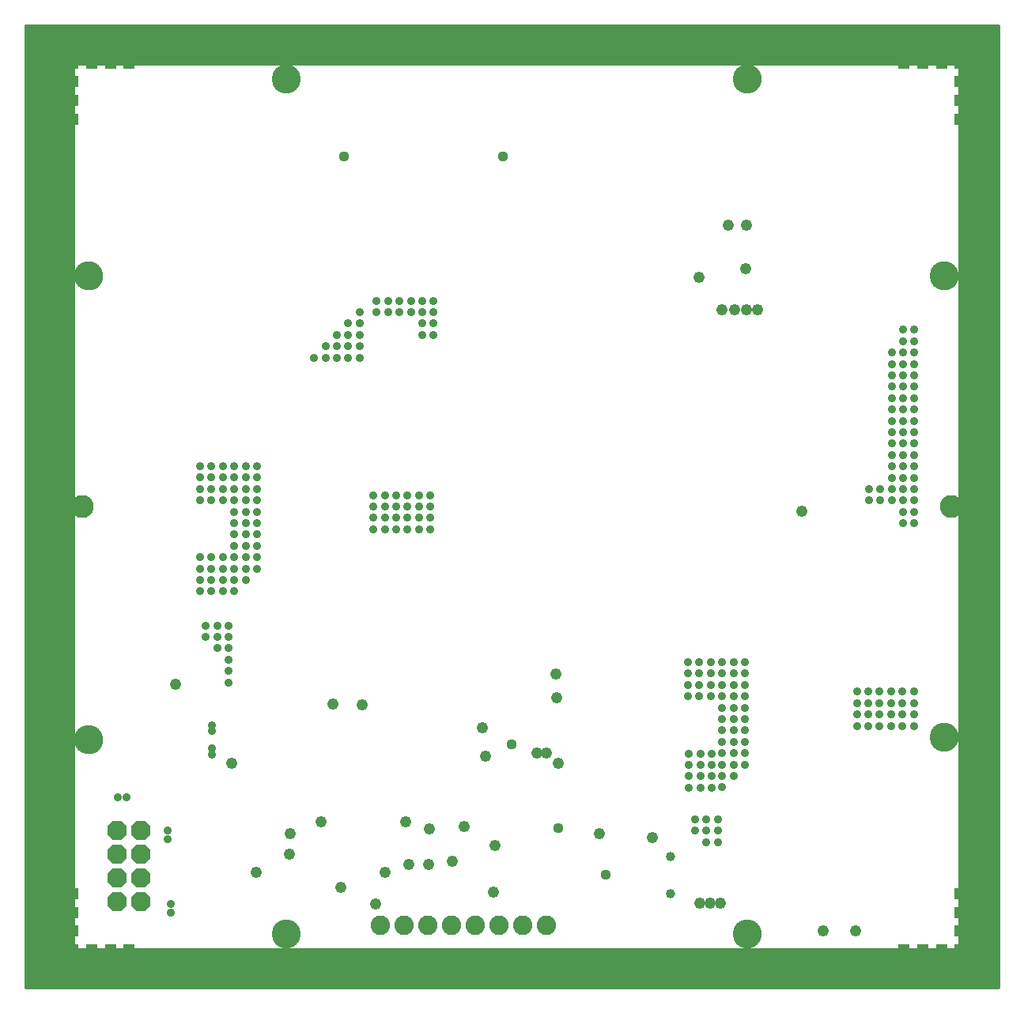
<source format=gbs>
G75*
%MOIN*%
%OFA0B0*%
%FSLAX25Y25*%
%IPPOS*%
%LPD*%
%AMOC8*
5,1,8,0,0,1.08239X$1,22.5*
%
%ADD10C,0.00000*%
%ADD11C,0.12217*%
%ADD12C,0.09698*%
%ADD13C,0.01600*%
%ADD14C,0.08200*%
%ADD15OC8,0.08200*%
%ADD16C,0.04762*%
%ADD17C,0.03600*%
%ADD18R,0.04762X0.04762*%
%ADD19C,0.03975*%
%ADD20C,0.04369*%
D10*
X0021485Y0009674D02*
X0060855Y0009674D01*
X0060855Y0005737D01*
X0371879Y0005737D01*
X0371879Y0009674D01*
X0411249Y0009674D01*
X0411249Y0049044D01*
X0415186Y0049044D01*
X0415186Y0360068D01*
X0411249Y0360068D01*
X0411249Y0399438D01*
X0371879Y0399438D01*
X0371879Y0403375D01*
X0060855Y0403375D01*
X0060855Y0399438D01*
X0021485Y0399438D01*
X0021485Y0360068D01*
X0017548Y0360068D01*
X0017548Y0049044D01*
X0021485Y0049044D01*
X0021485Y0009674D01*
X0030343Y0106131D02*
X0030345Y0106282D01*
X0030351Y0106432D01*
X0030361Y0106583D01*
X0030375Y0106733D01*
X0030393Y0106882D01*
X0030414Y0107032D01*
X0030440Y0107180D01*
X0030470Y0107328D01*
X0030503Y0107475D01*
X0030541Y0107621D01*
X0030582Y0107766D01*
X0030627Y0107910D01*
X0030676Y0108052D01*
X0030729Y0108193D01*
X0030785Y0108333D01*
X0030845Y0108471D01*
X0030908Y0108608D01*
X0030976Y0108743D01*
X0031046Y0108876D01*
X0031120Y0109007D01*
X0031198Y0109136D01*
X0031279Y0109263D01*
X0031363Y0109388D01*
X0031451Y0109511D01*
X0031542Y0109631D01*
X0031636Y0109749D01*
X0031733Y0109864D01*
X0031833Y0109977D01*
X0031936Y0110087D01*
X0032042Y0110194D01*
X0032151Y0110299D01*
X0032262Y0110400D01*
X0032376Y0110499D01*
X0032492Y0110594D01*
X0032612Y0110687D01*
X0032733Y0110776D01*
X0032857Y0110862D01*
X0032983Y0110945D01*
X0033111Y0111024D01*
X0033241Y0111100D01*
X0033373Y0111173D01*
X0033507Y0111241D01*
X0033643Y0111307D01*
X0033781Y0111369D01*
X0033920Y0111427D01*
X0034060Y0111481D01*
X0034202Y0111532D01*
X0034345Y0111579D01*
X0034490Y0111622D01*
X0034635Y0111661D01*
X0034782Y0111697D01*
X0034929Y0111728D01*
X0035077Y0111756D01*
X0035226Y0111780D01*
X0035375Y0111800D01*
X0035525Y0111816D01*
X0035675Y0111828D01*
X0035826Y0111836D01*
X0035977Y0111840D01*
X0036127Y0111840D01*
X0036278Y0111836D01*
X0036429Y0111828D01*
X0036579Y0111816D01*
X0036729Y0111800D01*
X0036878Y0111780D01*
X0037027Y0111756D01*
X0037175Y0111728D01*
X0037322Y0111697D01*
X0037469Y0111661D01*
X0037614Y0111622D01*
X0037759Y0111579D01*
X0037902Y0111532D01*
X0038044Y0111481D01*
X0038184Y0111427D01*
X0038323Y0111369D01*
X0038461Y0111307D01*
X0038597Y0111241D01*
X0038731Y0111173D01*
X0038863Y0111100D01*
X0038993Y0111024D01*
X0039121Y0110945D01*
X0039247Y0110862D01*
X0039371Y0110776D01*
X0039492Y0110687D01*
X0039612Y0110594D01*
X0039728Y0110499D01*
X0039842Y0110400D01*
X0039953Y0110299D01*
X0040062Y0110194D01*
X0040168Y0110087D01*
X0040271Y0109977D01*
X0040371Y0109864D01*
X0040468Y0109749D01*
X0040562Y0109631D01*
X0040653Y0109511D01*
X0040741Y0109388D01*
X0040825Y0109263D01*
X0040906Y0109136D01*
X0040984Y0109007D01*
X0041058Y0108876D01*
X0041128Y0108743D01*
X0041196Y0108608D01*
X0041259Y0108471D01*
X0041319Y0108333D01*
X0041375Y0108193D01*
X0041428Y0108052D01*
X0041477Y0107910D01*
X0041522Y0107766D01*
X0041563Y0107621D01*
X0041601Y0107475D01*
X0041634Y0107328D01*
X0041664Y0107180D01*
X0041690Y0107032D01*
X0041711Y0106882D01*
X0041729Y0106733D01*
X0041743Y0106583D01*
X0041753Y0106432D01*
X0041759Y0106282D01*
X0041761Y0106131D01*
X0041759Y0105980D01*
X0041753Y0105830D01*
X0041743Y0105679D01*
X0041729Y0105529D01*
X0041711Y0105380D01*
X0041690Y0105230D01*
X0041664Y0105082D01*
X0041634Y0104934D01*
X0041601Y0104787D01*
X0041563Y0104641D01*
X0041522Y0104496D01*
X0041477Y0104352D01*
X0041428Y0104210D01*
X0041375Y0104069D01*
X0041319Y0103929D01*
X0041259Y0103791D01*
X0041196Y0103654D01*
X0041128Y0103519D01*
X0041058Y0103386D01*
X0040984Y0103255D01*
X0040906Y0103126D01*
X0040825Y0102999D01*
X0040741Y0102874D01*
X0040653Y0102751D01*
X0040562Y0102631D01*
X0040468Y0102513D01*
X0040371Y0102398D01*
X0040271Y0102285D01*
X0040168Y0102175D01*
X0040062Y0102068D01*
X0039953Y0101963D01*
X0039842Y0101862D01*
X0039728Y0101763D01*
X0039612Y0101668D01*
X0039492Y0101575D01*
X0039371Y0101486D01*
X0039247Y0101400D01*
X0039121Y0101317D01*
X0038993Y0101238D01*
X0038863Y0101162D01*
X0038731Y0101089D01*
X0038597Y0101021D01*
X0038461Y0100955D01*
X0038323Y0100893D01*
X0038184Y0100835D01*
X0038044Y0100781D01*
X0037902Y0100730D01*
X0037759Y0100683D01*
X0037614Y0100640D01*
X0037469Y0100601D01*
X0037322Y0100565D01*
X0037175Y0100534D01*
X0037027Y0100506D01*
X0036878Y0100482D01*
X0036729Y0100462D01*
X0036579Y0100446D01*
X0036429Y0100434D01*
X0036278Y0100426D01*
X0036127Y0100422D01*
X0035977Y0100422D01*
X0035826Y0100426D01*
X0035675Y0100434D01*
X0035525Y0100446D01*
X0035375Y0100462D01*
X0035226Y0100482D01*
X0035077Y0100506D01*
X0034929Y0100534D01*
X0034782Y0100565D01*
X0034635Y0100601D01*
X0034490Y0100640D01*
X0034345Y0100683D01*
X0034202Y0100730D01*
X0034060Y0100781D01*
X0033920Y0100835D01*
X0033781Y0100893D01*
X0033643Y0100955D01*
X0033507Y0101021D01*
X0033373Y0101089D01*
X0033241Y0101162D01*
X0033111Y0101238D01*
X0032983Y0101317D01*
X0032857Y0101400D01*
X0032733Y0101486D01*
X0032612Y0101575D01*
X0032492Y0101668D01*
X0032376Y0101763D01*
X0032262Y0101862D01*
X0032151Y0101963D01*
X0032042Y0102068D01*
X0031936Y0102175D01*
X0031833Y0102285D01*
X0031733Y0102398D01*
X0031636Y0102513D01*
X0031542Y0102631D01*
X0031451Y0102751D01*
X0031363Y0102874D01*
X0031279Y0102999D01*
X0031198Y0103126D01*
X0031120Y0103255D01*
X0031046Y0103386D01*
X0030976Y0103519D01*
X0030908Y0103654D01*
X0030845Y0103791D01*
X0030785Y0103929D01*
X0030729Y0104069D01*
X0030676Y0104210D01*
X0030627Y0104352D01*
X0030582Y0104496D01*
X0030541Y0104641D01*
X0030503Y0104787D01*
X0030470Y0104934D01*
X0030440Y0105082D01*
X0030414Y0105230D01*
X0030393Y0105380D01*
X0030375Y0105529D01*
X0030361Y0105679D01*
X0030351Y0105830D01*
X0030345Y0105980D01*
X0030343Y0106131D01*
X0113414Y0024241D02*
X0113416Y0024392D01*
X0113422Y0024542D01*
X0113432Y0024693D01*
X0113446Y0024843D01*
X0113464Y0024992D01*
X0113485Y0025142D01*
X0113511Y0025290D01*
X0113541Y0025438D01*
X0113574Y0025585D01*
X0113612Y0025731D01*
X0113653Y0025876D01*
X0113698Y0026020D01*
X0113747Y0026162D01*
X0113800Y0026303D01*
X0113856Y0026443D01*
X0113916Y0026581D01*
X0113979Y0026718D01*
X0114047Y0026853D01*
X0114117Y0026986D01*
X0114191Y0027117D01*
X0114269Y0027246D01*
X0114350Y0027373D01*
X0114434Y0027498D01*
X0114522Y0027621D01*
X0114613Y0027741D01*
X0114707Y0027859D01*
X0114804Y0027974D01*
X0114904Y0028087D01*
X0115007Y0028197D01*
X0115113Y0028304D01*
X0115222Y0028409D01*
X0115333Y0028510D01*
X0115447Y0028609D01*
X0115563Y0028704D01*
X0115683Y0028797D01*
X0115804Y0028886D01*
X0115928Y0028972D01*
X0116054Y0029055D01*
X0116182Y0029134D01*
X0116312Y0029210D01*
X0116444Y0029283D01*
X0116578Y0029351D01*
X0116714Y0029417D01*
X0116852Y0029479D01*
X0116991Y0029537D01*
X0117131Y0029591D01*
X0117273Y0029642D01*
X0117416Y0029689D01*
X0117561Y0029732D01*
X0117706Y0029771D01*
X0117853Y0029807D01*
X0118000Y0029838D01*
X0118148Y0029866D01*
X0118297Y0029890D01*
X0118446Y0029910D01*
X0118596Y0029926D01*
X0118746Y0029938D01*
X0118897Y0029946D01*
X0119048Y0029950D01*
X0119198Y0029950D01*
X0119349Y0029946D01*
X0119500Y0029938D01*
X0119650Y0029926D01*
X0119800Y0029910D01*
X0119949Y0029890D01*
X0120098Y0029866D01*
X0120246Y0029838D01*
X0120393Y0029807D01*
X0120540Y0029771D01*
X0120685Y0029732D01*
X0120830Y0029689D01*
X0120973Y0029642D01*
X0121115Y0029591D01*
X0121255Y0029537D01*
X0121394Y0029479D01*
X0121532Y0029417D01*
X0121668Y0029351D01*
X0121802Y0029283D01*
X0121934Y0029210D01*
X0122064Y0029134D01*
X0122192Y0029055D01*
X0122318Y0028972D01*
X0122442Y0028886D01*
X0122563Y0028797D01*
X0122683Y0028704D01*
X0122799Y0028609D01*
X0122913Y0028510D01*
X0123024Y0028409D01*
X0123133Y0028304D01*
X0123239Y0028197D01*
X0123342Y0028087D01*
X0123442Y0027974D01*
X0123539Y0027859D01*
X0123633Y0027741D01*
X0123724Y0027621D01*
X0123812Y0027498D01*
X0123896Y0027373D01*
X0123977Y0027246D01*
X0124055Y0027117D01*
X0124129Y0026986D01*
X0124199Y0026853D01*
X0124267Y0026718D01*
X0124330Y0026581D01*
X0124390Y0026443D01*
X0124446Y0026303D01*
X0124499Y0026162D01*
X0124548Y0026020D01*
X0124593Y0025876D01*
X0124634Y0025731D01*
X0124672Y0025585D01*
X0124705Y0025438D01*
X0124735Y0025290D01*
X0124761Y0025142D01*
X0124782Y0024992D01*
X0124800Y0024843D01*
X0124814Y0024693D01*
X0124824Y0024542D01*
X0124830Y0024392D01*
X0124832Y0024241D01*
X0124830Y0024090D01*
X0124824Y0023940D01*
X0124814Y0023789D01*
X0124800Y0023639D01*
X0124782Y0023490D01*
X0124761Y0023340D01*
X0124735Y0023192D01*
X0124705Y0023044D01*
X0124672Y0022897D01*
X0124634Y0022751D01*
X0124593Y0022606D01*
X0124548Y0022462D01*
X0124499Y0022320D01*
X0124446Y0022179D01*
X0124390Y0022039D01*
X0124330Y0021901D01*
X0124267Y0021764D01*
X0124199Y0021629D01*
X0124129Y0021496D01*
X0124055Y0021365D01*
X0123977Y0021236D01*
X0123896Y0021109D01*
X0123812Y0020984D01*
X0123724Y0020861D01*
X0123633Y0020741D01*
X0123539Y0020623D01*
X0123442Y0020508D01*
X0123342Y0020395D01*
X0123239Y0020285D01*
X0123133Y0020178D01*
X0123024Y0020073D01*
X0122913Y0019972D01*
X0122799Y0019873D01*
X0122683Y0019778D01*
X0122563Y0019685D01*
X0122442Y0019596D01*
X0122318Y0019510D01*
X0122192Y0019427D01*
X0122064Y0019348D01*
X0121934Y0019272D01*
X0121802Y0019199D01*
X0121668Y0019131D01*
X0121532Y0019065D01*
X0121394Y0019003D01*
X0121255Y0018945D01*
X0121115Y0018891D01*
X0120973Y0018840D01*
X0120830Y0018793D01*
X0120685Y0018750D01*
X0120540Y0018711D01*
X0120393Y0018675D01*
X0120246Y0018644D01*
X0120098Y0018616D01*
X0119949Y0018592D01*
X0119800Y0018572D01*
X0119650Y0018556D01*
X0119500Y0018544D01*
X0119349Y0018536D01*
X0119198Y0018532D01*
X0119048Y0018532D01*
X0118897Y0018536D01*
X0118746Y0018544D01*
X0118596Y0018556D01*
X0118446Y0018572D01*
X0118297Y0018592D01*
X0118148Y0018616D01*
X0118000Y0018644D01*
X0117853Y0018675D01*
X0117706Y0018711D01*
X0117561Y0018750D01*
X0117416Y0018793D01*
X0117273Y0018840D01*
X0117131Y0018891D01*
X0116991Y0018945D01*
X0116852Y0019003D01*
X0116714Y0019065D01*
X0116578Y0019131D01*
X0116444Y0019199D01*
X0116312Y0019272D01*
X0116182Y0019348D01*
X0116054Y0019427D01*
X0115928Y0019510D01*
X0115804Y0019596D01*
X0115683Y0019685D01*
X0115563Y0019778D01*
X0115447Y0019873D01*
X0115333Y0019972D01*
X0115222Y0020073D01*
X0115113Y0020178D01*
X0115007Y0020285D01*
X0114904Y0020395D01*
X0114804Y0020508D01*
X0114707Y0020623D01*
X0114613Y0020741D01*
X0114522Y0020861D01*
X0114434Y0020984D01*
X0114350Y0021109D01*
X0114269Y0021236D01*
X0114191Y0021365D01*
X0114117Y0021496D01*
X0114047Y0021629D01*
X0113979Y0021764D01*
X0113916Y0021901D01*
X0113856Y0022039D01*
X0113800Y0022179D01*
X0113747Y0022320D01*
X0113698Y0022462D01*
X0113653Y0022606D01*
X0113612Y0022751D01*
X0113574Y0022897D01*
X0113541Y0023044D01*
X0113511Y0023192D01*
X0113485Y0023340D01*
X0113464Y0023490D01*
X0113446Y0023639D01*
X0113432Y0023789D01*
X0113422Y0023940D01*
X0113416Y0024090D01*
X0113414Y0024241D01*
X0028847Y0204556D02*
X0028849Y0204689D01*
X0028855Y0204822D01*
X0028865Y0204955D01*
X0028879Y0205087D01*
X0028897Y0205219D01*
X0028918Y0205350D01*
X0028944Y0205481D01*
X0028974Y0205611D01*
X0029007Y0205740D01*
X0029045Y0205867D01*
X0029086Y0205994D01*
X0029131Y0206119D01*
X0029179Y0206243D01*
X0029232Y0206366D01*
X0029288Y0206486D01*
X0029347Y0206605D01*
X0029410Y0206723D01*
X0029477Y0206838D01*
X0029547Y0206951D01*
X0029620Y0207062D01*
X0029697Y0207171D01*
X0029777Y0207278D01*
X0029860Y0207382D01*
X0029946Y0207483D01*
X0030035Y0207582D01*
X0030127Y0207678D01*
X0030221Y0207772D01*
X0030319Y0207862D01*
X0030419Y0207950D01*
X0030522Y0208034D01*
X0030627Y0208116D01*
X0030735Y0208194D01*
X0030845Y0208269D01*
X0030957Y0208341D01*
X0031072Y0208409D01*
X0031188Y0208474D01*
X0031306Y0208535D01*
X0031426Y0208593D01*
X0031547Y0208647D01*
X0031671Y0208697D01*
X0031795Y0208744D01*
X0031921Y0208787D01*
X0032048Y0208826D01*
X0032177Y0208862D01*
X0032306Y0208893D01*
X0032436Y0208921D01*
X0032567Y0208945D01*
X0032699Y0208965D01*
X0032831Y0208981D01*
X0032964Y0208993D01*
X0033096Y0209001D01*
X0033229Y0209005D01*
X0033363Y0209005D01*
X0033496Y0209001D01*
X0033628Y0208993D01*
X0033761Y0208981D01*
X0033893Y0208965D01*
X0034025Y0208945D01*
X0034156Y0208921D01*
X0034286Y0208893D01*
X0034415Y0208862D01*
X0034544Y0208826D01*
X0034671Y0208787D01*
X0034797Y0208744D01*
X0034921Y0208697D01*
X0035045Y0208647D01*
X0035166Y0208593D01*
X0035286Y0208535D01*
X0035404Y0208474D01*
X0035521Y0208409D01*
X0035635Y0208341D01*
X0035747Y0208269D01*
X0035857Y0208194D01*
X0035965Y0208116D01*
X0036070Y0208034D01*
X0036173Y0207950D01*
X0036273Y0207862D01*
X0036371Y0207772D01*
X0036465Y0207678D01*
X0036557Y0207582D01*
X0036646Y0207483D01*
X0036732Y0207382D01*
X0036815Y0207278D01*
X0036895Y0207171D01*
X0036972Y0207062D01*
X0037045Y0206951D01*
X0037115Y0206838D01*
X0037182Y0206723D01*
X0037245Y0206605D01*
X0037304Y0206486D01*
X0037360Y0206366D01*
X0037413Y0206243D01*
X0037461Y0206119D01*
X0037506Y0205994D01*
X0037547Y0205867D01*
X0037585Y0205740D01*
X0037618Y0205611D01*
X0037648Y0205481D01*
X0037674Y0205350D01*
X0037695Y0205219D01*
X0037713Y0205087D01*
X0037727Y0204955D01*
X0037737Y0204822D01*
X0037743Y0204689D01*
X0037745Y0204556D01*
X0037743Y0204423D01*
X0037737Y0204290D01*
X0037727Y0204157D01*
X0037713Y0204025D01*
X0037695Y0203893D01*
X0037674Y0203762D01*
X0037648Y0203631D01*
X0037618Y0203501D01*
X0037585Y0203372D01*
X0037547Y0203245D01*
X0037506Y0203118D01*
X0037461Y0202993D01*
X0037413Y0202869D01*
X0037360Y0202746D01*
X0037304Y0202626D01*
X0037245Y0202507D01*
X0037182Y0202389D01*
X0037115Y0202274D01*
X0037045Y0202161D01*
X0036972Y0202050D01*
X0036895Y0201941D01*
X0036815Y0201834D01*
X0036732Y0201730D01*
X0036646Y0201629D01*
X0036557Y0201530D01*
X0036465Y0201434D01*
X0036371Y0201340D01*
X0036273Y0201250D01*
X0036173Y0201162D01*
X0036070Y0201078D01*
X0035965Y0200996D01*
X0035857Y0200918D01*
X0035747Y0200843D01*
X0035635Y0200771D01*
X0035520Y0200703D01*
X0035404Y0200638D01*
X0035286Y0200577D01*
X0035166Y0200519D01*
X0035045Y0200465D01*
X0034921Y0200415D01*
X0034797Y0200368D01*
X0034671Y0200325D01*
X0034544Y0200286D01*
X0034415Y0200250D01*
X0034286Y0200219D01*
X0034156Y0200191D01*
X0034025Y0200167D01*
X0033893Y0200147D01*
X0033761Y0200131D01*
X0033628Y0200119D01*
X0033496Y0200111D01*
X0033363Y0200107D01*
X0033229Y0200107D01*
X0033096Y0200111D01*
X0032964Y0200119D01*
X0032831Y0200131D01*
X0032699Y0200147D01*
X0032567Y0200167D01*
X0032436Y0200191D01*
X0032306Y0200219D01*
X0032177Y0200250D01*
X0032048Y0200286D01*
X0031921Y0200325D01*
X0031795Y0200368D01*
X0031671Y0200415D01*
X0031547Y0200465D01*
X0031426Y0200519D01*
X0031306Y0200577D01*
X0031188Y0200638D01*
X0031071Y0200703D01*
X0030957Y0200771D01*
X0030845Y0200843D01*
X0030735Y0200918D01*
X0030627Y0200996D01*
X0030522Y0201078D01*
X0030419Y0201162D01*
X0030319Y0201250D01*
X0030221Y0201340D01*
X0030127Y0201434D01*
X0030035Y0201530D01*
X0029946Y0201629D01*
X0029860Y0201730D01*
X0029777Y0201834D01*
X0029697Y0201941D01*
X0029620Y0202050D01*
X0029547Y0202161D01*
X0029477Y0202274D01*
X0029410Y0202389D01*
X0029347Y0202507D01*
X0029288Y0202626D01*
X0029232Y0202746D01*
X0029179Y0202869D01*
X0029131Y0202993D01*
X0029086Y0203118D01*
X0029045Y0203245D01*
X0029007Y0203372D01*
X0028974Y0203501D01*
X0028944Y0203631D01*
X0028918Y0203762D01*
X0028897Y0203893D01*
X0028879Y0204025D01*
X0028865Y0204157D01*
X0028855Y0204290D01*
X0028849Y0204423D01*
X0028847Y0204556D01*
X0030343Y0301800D02*
X0030345Y0301951D01*
X0030351Y0302101D01*
X0030361Y0302252D01*
X0030375Y0302402D01*
X0030393Y0302551D01*
X0030414Y0302701D01*
X0030440Y0302849D01*
X0030470Y0302997D01*
X0030503Y0303144D01*
X0030541Y0303290D01*
X0030582Y0303435D01*
X0030627Y0303579D01*
X0030676Y0303721D01*
X0030729Y0303862D01*
X0030785Y0304002D01*
X0030845Y0304140D01*
X0030908Y0304277D01*
X0030976Y0304412D01*
X0031046Y0304545D01*
X0031120Y0304676D01*
X0031198Y0304805D01*
X0031279Y0304932D01*
X0031363Y0305057D01*
X0031451Y0305180D01*
X0031542Y0305300D01*
X0031636Y0305418D01*
X0031733Y0305533D01*
X0031833Y0305646D01*
X0031936Y0305756D01*
X0032042Y0305863D01*
X0032151Y0305968D01*
X0032262Y0306069D01*
X0032376Y0306168D01*
X0032492Y0306263D01*
X0032612Y0306356D01*
X0032733Y0306445D01*
X0032857Y0306531D01*
X0032983Y0306614D01*
X0033111Y0306693D01*
X0033241Y0306769D01*
X0033373Y0306842D01*
X0033507Y0306910D01*
X0033643Y0306976D01*
X0033781Y0307038D01*
X0033920Y0307096D01*
X0034060Y0307150D01*
X0034202Y0307201D01*
X0034345Y0307248D01*
X0034490Y0307291D01*
X0034635Y0307330D01*
X0034782Y0307366D01*
X0034929Y0307397D01*
X0035077Y0307425D01*
X0035226Y0307449D01*
X0035375Y0307469D01*
X0035525Y0307485D01*
X0035675Y0307497D01*
X0035826Y0307505D01*
X0035977Y0307509D01*
X0036127Y0307509D01*
X0036278Y0307505D01*
X0036429Y0307497D01*
X0036579Y0307485D01*
X0036729Y0307469D01*
X0036878Y0307449D01*
X0037027Y0307425D01*
X0037175Y0307397D01*
X0037322Y0307366D01*
X0037469Y0307330D01*
X0037614Y0307291D01*
X0037759Y0307248D01*
X0037902Y0307201D01*
X0038044Y0307150D01*
X0038184Y0307096D01*
X0038323Y0307038D01*
X0038461Y0306976D01*
X0038597Y0306910D01*
X0038731Y0306842D01*
X0038863Y0306769D01*
X0038993Y0306693D01*
X0039121Y0306614D01*
X0039247Y0306531D01*
X0039371Y0306445D01*
X0039492Y0306356D01*
X0039612Y0306263D01*
X0039728Y0306168D01*
X0039842Y0306069D01*
X0039953Y0305968D01*
X0040062Y0305863D01*
X0040168Y0305756D01*
X0040271Y0305646D01*
X0040371Y0305533D01*
X0040468Y0305418D01*
X0040562Y0305300D01*
X0040653Y0305180D01*
X0040741Y0305057D01*
X0040825Y0304932D01*
X0040906Y0304805D01*
X0040984Y0304676D01*
X0041058Y0304545D01*
X0041128Y0304412D01*
X0041196Y0304277D01*
X0041259Y0304140D01*
X0041319Y0304002D01*
X0041375Y0303862D01*
X0041428Y0303721D01*
X0041477Y0303579D01*
X0041522Y0303435D01*
X0041563Y0303290D01*
X0041601Y0303144D01*
X0041634Y0302997D01*
X0041664Y0302849D01*
X0041690Y0302701D01*
X0041711Y0302551D01*
X0041729Y0302402D01*
X0041743Y0302252D01*
X0041753Y0302101D01*
X0041759Y0301951D01*
X0041761Y0301800D01*
X0041759Y0301649D01*
X0041753Y0301499D01*
X0041743Y0301348D01*
X0041729Y0301198D01*
X0041711Y0301049D01*
X0041690Y0300899D01*
X0041664Y0300751D01*
X0041634Y0300603D01*
X0041601Y0300456D01*
X0041563Y0300310D01*
X0041522Y0300165D01*
X0041477Y0300021D01*
X0041428Y0299879D01*
X0041375Y0299738D01*
X0041319Y0299598D01*
X0041259Y0299460D01*
X0041196Y0299323D01*
X0041128Y0299188D01*
X0041058Y0299055D01*
X0040984Y0298924D01*
X0040906Y0298795D01*
X0040825Y0298668D01*
X0040741Y0298543D01*
X0040653Y0298420D01*
X0040562Y0298300D01*
X0040468Y0298182D01*
X0040371Y0298067D01*
X0040271Y0297954D01*
X0040168Y0297844D01*
X0040062Y0297737D01*
X0039953Y0297632D01*
X0039842Y0297531D01*
X0039728Y0297432D01*
X0039612Y0297337D01*
X0039492Y0297244D01*
X0039371Y0297155D01*
X0039247Y0297069D01*
X0039121Y0296986D01*
X0038993Y0296907D01*
X0038863Y0296831D01*
X0038731Y0296758D01*
X0038597Y0296690D01*
X0038461Y0296624D01*
X0038323Y0296562D01*
X0038184Y0296504D01*
X0038044Y0296450D01*
X0037902Y0296399D01*
X0037759Y0296352D01*
X0037614Y0296309D01*
X0037469Y0296270D01*
X0037322Y0296234D01*
X0037175Y0296203D01*
X0037027Y0296175D01*
X0036878Y0296151D01*
X0036729Y0296131D01*
X0036579Y0296115D01*
X0036429Y0296103D01*
X0036278Y0296095D01*
X0036127Y0296091D01*
X0035977Y0296091D01*
X0035826Y0296095D01*
X0035675Y0296103D01*
X0035525Y0296115D01*
X0035375Y0296131D01*
X0035226Y0296151D01*
X0035077Y0296175D01*
X0034929Y0296203D01*
X0034782Y0296234D01*
X0034635Y0296270D01*
X0034490Y0296309D01*
X0034345Y0296352D01*
X0034202Y0296399D01*
X0034060Y0296450D01*
X0033920Y0296504D01*
X0033781Y0296562D01*
X0033643Y0296624D01*
X0033507Y0296690D01*
X0033373Y0296758D01*
X0033241Y0296831D01*
X0033111Y0296907D01*
X0032983Y0296986D01*
X0032857Y0297069D01*
X0032733Y0297155D01*
X0032612Y0297244D01*
X0032492Y0297337D01*
X0032376Y0297432D01*
X0032262Y0297531D01*
X0032151Y0297632D01*
X0032042Y0297737D01*
X0031936Y0297844D01*
X0031833Y0297954D01*
X0031733Y0298067D01*
X0031636Y0298182D01*
X0031542Y0298300D01*
X0031451Y0298420D01*
X0031363Y0298543D01*
X0031279Y0298668D01*
X0031198Y0298795D01*
X0031120Y0298924D01*
X0031046Y0299055D01*
X0030976Y0299188D01*
X0030908Y0299323D01*
X0030845Y0299460D01*
X0030785Y0299598D01*
X0030729Y0299738D01*
X0030676Y0299879D01*
X0030627Y0300021D01*
X0030582Y0300165D01*
X0030541Y0300310D01*
X0030503Y0300456D01*
X0030470Y0300603D01*
X0030440Y0300751D01*
X0030414Y0300899D01*
X0030393Y0301049D01*
X0030375Y0301198D01*
X0030361Y0301348D01*
X0030351Y0301499D01*
X0030345Y0301649D01*
X0030343Y0301800D01*
X0113414Y0384871D02*
X0113416Y0385022D01*
X0113422Y0385172D01*
X0113432Y0385323D01*
X0113446Y0385473D01*
X0113464Y0385622D01*
X0113485Y0385772D01*
X0113511Y0385920D01*
X0113541Y0386068D01*
X0113574Y0386215D01*
X0113612Y0386361D01*
X0113653Y0386506D01*
X0113698Y0386650D01*
X0113747Y0386792D01*
X0113800Y0386933D01*
X0113856Y0387073D01*
X0113916Y0387211D01*
X0113979Y0387348D01*
X0114047Y0387483D01*
X0114117Y0387616D01*
X0114191Y0387747D01*
X0114269Y0387876D01*
X0114350Y0388003D01*
X0114434Y0388128D01*
X0114522Y0388251D01*
X0114613Y0388371D01*
X0114707Y0388489D01*
X0114804Y0388604D01*
X0114904Y0388717D01*
X0115007Y0388827D01*
X0115113Y0388934D01*
X0115222Y0389039D01*
X0115333Y0389140D01*
X0115447Y0389239D01*
X0115563Y0389334D01*
X0115683Y0389427D01*
X0115804Y0389516D01*
X0115928Y0389602D01*
X0116054Y0389685D01*
X0116182Y0389764D01*
X0116312Y0389840D01*
X0116444Y0389913D01*
X0116578Y0389981D01*
X0116714Y0390047D01*
X0116852Y0390109D01*
X0116991Y0390167D01*
X0117131Y0390221D01*
X0117273Y0390272D01*
X0117416Y0390319D01*
X0117561Y0390362D01*
X0117706Y0390401D01*
X0117853Y0390437D01*
X0118000Y0390468D01*
X0118148Y0390496D01*
X0118297Y0390520D01*
X0118446Y0390540D01*
X0118596Y0390556D01*
X0118746Y0390568D01*
X0118897Y0390576D01*
X0119048Y0390580D01*
X0119198Y0390580D01*
X0119349Y0390576D01*
X0119500Y0390568D01*
X0119650Y0390556D01*
X0119800Y0390540D01*
X0119949Y0390520D01*
X0120098Y0390496D01*
X0120246Y0390468D01*
X0120393Y0390437D01*
X0120540Y0390401D01*
X0120685Y0390362D01*
X0120830Y0390319D01*
X0120973Y0390272D01*
X0121115Y0390221D01*
X0121255Y0390167D01*
X0121394Y0390109D01*
X0121532Y0390047D01*
X0121668Y0389981D01*
X0121802Y0389913D01*
X0121934Y0389840D01*
X0122064Y0389764D01*
X0122192Y0389685D01*
X0122318Y0389602D01*
X0122442Y0389516D01*
X0122563Y0389427D01*
X0122683Y0389334D01*
X0122799Y0389239D01*
X0122913Y0389140D01*
X0123024Y0389039D01*
X0123133Y0388934D01*
X0123239Y0388827D01*
X0123342Y0388717D01*
X0123442Y0388604D01*
X0123539Y0388489D01*
X0123633Y0388371D01*
X0123724Y0388251D01*
X0123812Y0388128D01*
X0123896Y0388003D01*
X0123977Y0387876D01*
X0124055Y0387747D01*
X0124129Y0387616D01*
X0124199Y0387483D01*
X0124267Y0387348D01*
X0124330Y0387211D01*
X0124390Y0387073D01*
X0124446Y0386933D01*
X0124499Y0386792D01*
X0124548Y0386650D01*
X0124593Y0386506D01*
X0124634Y0386361D01*
X0124672Y0386215D01*
X0124705Y0386068D01*
X0124735Y0385920D01*
X0124761Y0385772D01*
X0124782Y0385622D01*
X0124800Y0385473D01*
X0124814Y0385323D01*
X0124824Y0385172D01*
X0124830Y0385022D01*
X0124832Y0384871D01*
X0124830Y0384720D01*
X0124824Y0384570D01*
X0124814Y0384419D01*
X0124800Y0384269D01*
X0124782Y0384120D01*
X0124761Y0383970D01*
X0124735Y0383822D01*
X0124705Y0383674D01*
X0124672Y0383527D01*
X0124634Y0383381D01*
X0124593Y0383236D01*
X0124548Y0383092D01*
X0124499Y0382950D01*
X0124446Y0382809D01*
X0124390Y0382669D01*
X0124330Y0382531D01*
X0124267Y0382394D01*
X0124199Y0382259D01*
X0124129Y0382126D01*
X0124055Y0381995D01*
X0123977Y0381866D01*
X0123896Y0381739D01*
X0123812Y0381614D01*
X0123724Y0381491D01*
X0123633Y0381371D01*
X0123539Y0381253D01*
X0123442Y0381138D01*
X0123342Y0381025D01*
X0123239Y0380915D01*
X0123133Y0380808D01*
X0123024Y0380703D01*
X0122913Y0380602D01*
X0122799Y0380503D01*
X0122683Y0380408D01*
X0122563Y0380315D01*
X0122442Y0380226D01*
X0122318Y0380140D01*
X0122192Y0380057D01*
X0122064Y0379978D01*
X0121934Y0379902D01*
X0121802Y0379829D01*
X0121668Y0379761D01*
X0121532Y0379695D01*
X0121394Y0379633D01*
X0121255Y0379575D01*
X0121115Y0379521D01*
X0120973Y0379470D01*
X0120830Y0379423D01*
X0120685Y0379380D01*
X0120540Y0379341D01*
X0120393Y0379305D01*
X0120246Y0379274D01*
X0120098Y0379246D01*
X0119949Y0379222D01*
X0119800Y0379202D01*
X0119650Y0379186D01*
X0119500Y0379174D01*
X0119349Y0379166D01*
X0119198Y0379162D01*
X0119048Y0379162D01*
X0118897Y0379166D01*
X0118746Y0379174D01*
X0118596Y0379186D01*
X0118446Y0379202D01*
X0118297Y0379222D01*
X0118148Y0379246D01*
X0118000Y0379274D01*
X0117853Y0379305D01*
X0117706Y0379341D01*
X0117561Y0379380D01*
X0117416Y0379423D01*
X0117273Y0379470D01*
X0117131Y0379521D01*
X0116991Y0379575D01*
X0116852Y0379633D01*
X0116714Y0379695D01*
X0116578Y0379761D01*
X0116444Y0379829D01*
X0116312Y0379902D01*
X0116182Y0379978D01*
X0116054Y0380057D01*
X0115928Y0380140D01*
X0115804Y0380226D01*
X0115683Y0380315D01*
X0115563Y0380408D01*
X0115447Y0380503D01*
X0115333Y0380602D01*
X0115222Y0380703D01*
X0115113Y0380808D01*
X0115007Y0380915D01*
X0114904Y0381025D01*
X0114804Y0381138D01*
X0114707Y0381253D01*
X0114613Y0381371D01*
X0114522Y0381491D01*
X0114434Y0381614D01*
X0114350Y0381739D01*
X0114269Y0381866D01*
X0114191Y0381995D01*
X0114117Y0382126D01*
X0114047Y0382259D01*
X0113979Y0382394D01*
X0113916Y0382531D01*
X0113856Y0382669D01*
X0113800Y0382809D01*
X0113747Y0382950D01*
X0113698Y0383092D01*
X0113653Y0383236D01*
X0113612Y0383381D01*
X0113574Y0383527D01*
X0113541Y0383674D01*
X0113511Y0383822D01*
X0113485Y0383970D01*
X0113464Y0384120D01*
X0113446Y0384269D01*
X0113432Y0384419D01*
X0113422Y0384570D01*
X0113416Y0384720D01*
X0113414Y0384871D01*
X0307902Y0384871D02*
X0307904Y0385022D01*
X0307910Y0385172D01*
X0307920Y0385323D01*
X0307934Y0385473D01*
X0307952Y0385622D01*
X0307973Y0385772D01*
X0307999Y0385920D01*
X0308029Y0386068D01*
X0308062Y0386215D01*
X0308100Y0386361D01*
X0308141Y0386506D01*
X0308186Y0386650D01*
X0308235Y0386792D01*
X0308288Y0386933D01*
X0308344Y0387073D01*
X0308404Y0387211D01*
X0308467Y0387348D01*
X0308535Y0387483D01*
X0308605Y0387616D01*
X0308679Y0387747D01*
X0308757Y0387876D01*
X0308838Y0388003D01*
X0308922Y0388128D01*
X0309010Y0388251D01*
X0309101Y0388371D01*
X0309195Y0388489D01*
X0309292Y0388604D01*
X0309392Y0388717D01*
X0309495Y0388827D01*
X0309601Y0388934D01*
X0309710Y0389039D01*
X0309821Y0389140D01*
X0309935Y0389239D01*
X0310051Y0389334D01*
X0310171Y0389427D01*
X0310292Y0389516D01*
X0310416Y0389602D01*
X0310542Y0389685D01*
X0310670Y0389764D01*
X0310800Y0389840D01*
X0310932Y0389913D01*
X0311066Y0389981D01*
X0311202Y0390047D01*
X0311340Y0390109D01*
X0311479Y0390167D01*
X0311619Y0390221D01*
X0311761Y0390272D01*
X0311904Y0390319D01*
X0312049Y0390362D01*
X0312194Y0390401D01*
X0312341Y0390437D01*
X0312488Y0390468D01*
X0312636Y0390496D01*
X0312785Y0390520D01*
X0312934Y0390540D01*
X0313084Y0390556D01*
X0313234Y0390568D01*
X0313385Y0390576D01*
X0313536Y0390580D01*
X0313686Y0390580D01*
X0313837Y0390576D01*
X0313988Y0390568D01*
X0314138Y0390556D01*
X0314288Y0390540D01*
X0314437Y0390520D01*
X0314586Y0390496D01*
X0314734Y0390468D01*
X0314881Y0390437D01*
X0315028Y0390401D01*
X0315173Y0390362D01*
X0315318Y0390319D01*
X0315461Y0390272D01*
X0315603Y0390221D01*
X0315743Y0390167D01*
X0315882Y0390109D01*
X0316020Y0390047D01*
X0316156Y0389981D01*
X0316290Y0389913D01*
X0316422Y0389840D01*
X0316552Y0389764D01*
X0316680Y0389685D01*
X0316806Y0389602D01*
X0316930Y0389516D01*
X0317051Y0389427D01*
X0317171Y0389334D01*
X0317287Y0389239D01*
X0317401Y0389140D01*
X0317512Y0389039D01*
X0317621Y0388934D01*
X0317727Y0388827D01*
X0317830Y0388717D01*
X0317930Y0388604D01*
X0318027Y0388489D01*
X0318121Y0388371D01*
X0318212Y0388251D01*
X0318300Y0388128D01*
X0318384Y0388003D01*
X0318465Y0387876D01*
X0318543Y0387747D01*
X0318617Y0387616D01*
X0318687Y0387483D01*
X0318755Y0387348D01*
X0318818Y0387211D01*
X0318878Y0387073D01*
X0318934Y0386933D01*
X0318987Y0386792D01*
X0319036Y0386650D01*
X0319081Y0386506D01*
X0319122Y0386361D01*
X0319160Y0386215D01*
X0319193Y0386068D01*
X0319223Y0385920D01*
X0319249Y0385772D01*
X0319270Y0385622D01*
X0319288Y0385473D01*
X0319302Y0385323D01*
X0319312Y0385172D01*
X0319318Y0385022D01*
X0319320Y0384871D01*
X0319318Y0384720D01*
X0319312Y0384570D01*
X0319302Y0384419D01*
X0319288Y0384269D01*
X0319270Y0384120D01*
X0319249Y0383970D01*
X0319223Y0383822D01*
X0319193Y0383674D01*
X0319160Y0383527D01*
X0319122Y0383381D01*
X0319081Y0383236D01*
X0319036Y0383092D01*
X0318987Y0382950D01*
X0318934Y0382809D01*
X0318878Y0382669D01*
X0318818Y0382531D01*
X0318755Y0382394D01*
X0318687Y0382259D01*
X0318617Y0382126D01*
X0318543Y0381995D01*
X0318465Y0381866D01*
X0318384Y0381739D01*
X0318300Y0381614D01*
X0318212Y0381491D01*
X0318121Y0381371D01*
X0318027Y0381253D01*
X0317930Y0381138D01*
X0317830Y0381025D01*
X0317727Y0380915D01*
X0317621Y0380808D01*
X0317512Y0380703D01*
X0317401Y0380602D01*
X0317287Y0380503D01*
X0317171Y0380408D01*
X0317051Y0380315D01*
X0316930Y0380226D01*
X0316806Y0380140D01*
X0316680Y0380057D01*
X0316552Y0379978D01*
X0316422Y0379902D01*
X0316290Y0379829D01*
X0316156Y0379761D01*
X0316020Y0379695D01*
X0315882Y0379633D01*
X0315743Y0379575D01*
X0315603Y0379521D01*
X0315461Y0379470D01*
X0315318Y0379423D01*
X0315173Y0379380D01*
X0315028Y0379341D01*
X0314881Y0379305D01*
X0314734Y0379274D01*
X0314586Y0379246D01*
X0314437Y0379222D01*
X0314288Y0379202D01*
X0314138Y0379186D01*
X0313988Y0379174D01*
X0313837Y0379166D01*
X0313686Y0379162D01*
X0313536Y0379162D01*
X0313385Y0379166D01*
X0313234Y0379174D01*
X0313084Y0379186D01*
X0312934Y0379202D01*
X0312785Y0379222D01*
X0312636Y0379246D01*
X0312488Y0379274D01*
X0312341Y0379305D01*
X0312194Y0379341D01*
X0312049Y0379380D01*
X0311904Y0379423D01*
X0311761Y0379470D01*
X0311619Y0379521D01*
X0311479Y0379575D01*
X0311340Y0379633D01*
X0311202Y0379695D01*
X0311066Y0379761D01*
X0310932Y0379829D01*
X0310800Y0379902D01*
X0310670Y0379978D01*
X0310542Y0380057D01*
X0310416Y0380140D01*
X0310292Y0380226D01*
X0310171Y0380315D01*
X0310051Y0380408D01*
X0309935Y0380503D01*
X0309821Y0380602D01*
X0309710Y0380703D01*
X0309601Y0380808D01*
X0309495Y0380915D01*
X0309392Y0381025D01*
X0309292Y0381138D01*
X0309195Y0381253D01*
X0309101Y0381371D01*
X0309010Y0381491D01*
X0308922Y0381614D01*
X0308838Y0381739D01*
X0308757Y0381866D01*
X0308679Y0381995D01*
X0308605Y0382126D01*
X0308535Y0382259D01*
X0308467Y0382394D01*
X0308404Y0382531D01*
X0308344Y0382669D01*
X0308288Y0382809D01*
X0308235Y0382950D01*
X0308186Y0383092D01*
X0308141Y0383236D01*
X0308100Y0383381D01*
X0308062Y0383527D01*
X0308029Y0383674D01*
X0307999Y0383822D01*
X0307973Y0383970D01*
X0307952Y0384120D01*
X0307934Y0384269D01*
X0307920Y0384419D01*
X0307910Y0384570D01*
X0307904Y0384720D01*
X0307902Y0384871D01*
X0390973Y0301800D02*
X0390975Y0301951D01*
X0390981Y0302101D01*
X0390991Y0302252D01*
X0391005Y0302402D01*
X0391023Y0302551D01*
X0391044Y0302701D01*
X0391070Y0302849D01*
X0391100Y0302997D01*
X0391133Y0303144D01*
X0391171Y0303290D01*
X0391212Y0303435D01*
X0391257Y0303579D01*
X0391306Y0303721D01*
X0391359Y0303862D01*
X0391415Y0304002D01*
X0391475Y0304140D01*
X0391538Y0304277D01*
X0391606Y0304412D01*
X0391676Y0304545D01*
X0391750Y0304676D01*
X0391828Y0304805D01*
X0391909Y0304932D01*
X0391993Y0305057D01*
X0392081Y0305180D01*
X0392172Y0305300D01*
X0392266Y0305418D01*
X0392363Y0305533D01*
X0392463Y0305646D01*
X0392566Y0305756D01*
X0392672Y0305863D01*
X0392781Y0305968D01*
X0392892Y0306069D01*
X0393006Y0306168D01*
X0393122Y0306263D01*
X0393242Y0306356D01*
X0393363Y0306445D01*
X0393487Y0306531D01*
X0393613Y0306614D01*
X0393741Y0306693D01*
X0393871Y0306769D01*
X0394003Y0306842D01*
X0394137Y0306910D01*
X0394273Y0306976D01*
X0394411Y0307038D01*
X0394550Y0307096D01*
X0394690Y0307150D01*
X0394832Y0307201D01*
X0394975Y0307248D01*
X0395120Y0307291D01*
X0395265Y0307330D01*
X0395412Y0307366D01*
X0395559Y0307397D01*
X0395707Y0307425D01*
X0395856Y0307449D01*
X0396005Y0307469D01*
X0396155Y0307485D01*
X0396305Y0307497D01*
X0396456Y0307505D01*
X0396607Y0307509D01*
X0396757Y0307509D01*
X0396908Y0307505D01*
X0397059Y0307497D01*
X0397209Y0307485D01*
X0397359Y0307469D01*
X0397508Y0307449D01*
X0397657Y0307425D01*
X0397805Y0307397D01*
X0397952Y0307366D01*
X0398099Y0307330D01*
X0398244Y0307291D01*
X0398389Y0307248D01*
X0398532Y0307201D01*
X0398674Y0307150D01*
X0398814Y0307096D01*
X0398953Y0307038D01*
X0399091Y0306976D01*
X0399227Y0306910D01*
X0399361Y0306842D01*
X0399493Y0306769D01*
X0399623Y0306693D01*
X0399751Y0306614D01*
X0399877Y0306531D01*
X0400001Y0306445D01*
X0400122Y0306356D01*
X0400242Y0306263D01*
X0400358Y0306168D01*
X0400472Y0306069D01*
X0400583Y0305968D01*
X0400692Y0305863D01*
X0400798Y0305756D01*
X0400901Y0305646D01*
X0401001Y0305533D01*
X0401098Y0305418D01*
X0401192Y0305300D01*
X0401283Y0305180D01*
X0401371Y0305057D01*
X0401455Y0304932D01*
X0401536Y0304805D01*
X0401614Y0304676D01*
X0401688Y0304545D01*
X0401758Y0304412D01*
X0401826Y0304277D01*
X0401889Y0304140D01*
X0401949Y0304002D01*
X0402005Y0303862D01*
X0402058Y0303721D01*
X0402107Y0303579D01*
X0402152Y0303435D01*
X0402193Y0303290D01*
X0402231Y0303144D01*
X0402264Y0302997D01*
X0402294Y0302849D01*
X0402320Y0302701D01*
X0402341Y0302551D01*
X0402359Y0302402D01*
X0402373Y0302252D01*
X0402383Y0302101D01*
X0402389Y0301951D01*
X0402391Y0301800D01*
X0402389Y0301649D01*
X0402383Y0301499D01*
X0402373Y0301348D01*
X0402359Y0301198D01*
X0402341Y0301049D01*
X0402320Y0300899D01*
X0402294Y0300751D01*
X0402264Y0300603D01*
X0402231Y0300456D01*
X0402193Y0300310D01*
X0402152Y0300165D01*
X0402107Y0300021D01*
X0402058Y0299879D01*
X0402005Y0299738D01*
X0401949Y0299598D01*
X0401889Y0299460D01*
X0401826Y0299323D01*
X0401758Y0299188D01*
X0401688Y0299055D01*
X0401614Y0298924D01*
X0401536Y0298795D01*
X0401455Y0298668D01*
X0401371Y0298543D01*
X0401283Y0298420D01*
X0401192Y0298300D01*
X0401098Y0298182D01*
X0401001Y0298067D01*
X0400901Y0297954D01*
X0400798Y0297844D01*
X0400692Y0297737D01*
X0400583Y0297632D01*
X0400472Y0297531D01*
X0400358Y0297432D01*
X0400242Y0297337D01*
X0400122Y0297244D01*
X0400001Y0297155D01*
X0399877Y0297069D01*
X0399751Y0296986D01*
X0399623Y0296907D01*
X0399493Y0296831D01*
X0399361Y0296758D01*
X0399227Y0296690D01*
X0399091Y0296624D01*
X0398953Y0296562D01*
X0398814Y0296504D01*
X0398674Y0296450D01*
X0398532Y0296399D01*
X0398389Y0296352D01*
X0398244Y0296309D01*
X0398099Y0296270D01*
X0397952Y0296234D01*
X0397805Y0296203D01*
X0397657Y0296175D01*
X0397508Y0296151D01*
X0397359Y0296131D01*
X0397209Y0296115D01*
X0397059Y0296103D01*
X0396908Y0296095D01*
X0396757Y0296091D01*
X0396607Y0296091D01*
X0396456Y0296095D01*
X0396305Y0296103D01*
X0396155Y0296115D01*
X0396005Y0296131D01*
X0395856Y0296151D01*
X0395707Y0296175D01*
X0395559Y0296203D01*
X0395412Y0296234D01*
X0395265Y0296270D01*
X0395120Y0296309D01*
X0394975Y0296352D01*
X0394832Y0296399D01*
X0394690Y0296450D01*
X0394550Y0296504D01*
X0394411Y0296562D01*
X0394273Y0296624D01*
X0394137Y0296690D01*
X0394003Y0296758D01*
X0393871Y0296831D01*
X0393741Y0296907D01*
X0393613Y0296986D01*
X0393487Y0297069D01*
X0393363Y0297155D01*
X0393242Y0297244D01*
X0393122Y0297337D01*
X0393006Y0297432D01*
X0392892Y0297531D01*
X0392781Y0297632D01*
X0392672Y0297737D01*
X0392566Y0297844D01*
X0392463Y0297954D01*
X0392363Y0298067D01*
X0392266Y0298182D01*
X0392172Y0298300D01*
X0392081Y0298420D01*
X0391993Y0298543D01*
X0391909Y0298668D01*
X0391828Y0298795D01*
X0391750Y0298924D01*
X0391676Y0299055D01*
X0391606Y0299188D01*
X0391538Y0299323D01*
X0391475Y0299460D01*
X0391415Y0299598D01*
X0391359Y0299738D01*
X0391306Y0299879D01*
X0391257Y0300021D01*
X0391212Y0300165D01*
X0391171Y0300310D01*
X0391133Y0300456D01*
X0391100Y0300603D01*
X0391070Y0300751D01*
X0391044Y0300899D01*
X0391023Y0301049D01*
X0391005Y0301198D01*
X0390991Y0301348D01*
X0390981Y0301499D01*
X0390975Y0301649D01*
X0390973Y0301800D01*
X0394989Y0204556D02*
X0394991Y0204689D01*
X0394997Y0204822D01*
X0395007Y0204955D01*
X0395021Y0205087D01*
X0395039Y0205219D01*
X0395060Y0205350D01*
X0395086Y0205481D01*
X0395116Y0205611D01*
X0395149Y0205740D01*
X0395187Y0205867D01*
X0395228Y0205994D01*
X0395273Y0206119D01*
X0395321Y0206243D01*
X0395374Y0206366D01*
X0395430Y0206486D01*
X0395489Y0206605D01*
X0395552Y0206723D01*
X0395619Y0206838D01*
X0395689Y0206951D01*
X0395762Y0207062D01*
X0395839Y0207171D01*
X0395919Y0207278D01*
X0396002Y0207382D01*
X0396088Y0207483D01*
X0396177Y0207582D01*
X0396269Y0207678D01*
X0396363Y0207772D01*
X0396461Y0207862D01*
X0396561Y0207950D01*
X0396664Y0208034D01*
X0396769Y0208116D01*
X0396877Y0208194D01*
X0396987Y0208269D01*
X0397099Y0208341D01*
X0397214Y0208409D01*
X0397330Y0208474D01*
X0397448Y0208535D01*
X0397568Y0208593D01*
X0397689Y0208647D01*
X0397813Y0208697D01*
X0397937Y0208744D01*
X0398063Y0208787D01*
X0398190Y0208826D01*
X0398319Y0208862D01*
X0398448Y0208893D01*
X0398578Y0208921D01*
X0398709Y0208945D01*
X0398841Y0208965D01*
X0398973Y0208981D01*
X0399106Y0208993D01*
X0399238Y0209001D01*
X0399371Y0209005D01*
X0399505Y0209005D01*
X0399638Y0209001D01*
X0399770Y0208993D01*
X0399903Y0208981D01*
X0400035Y0208965D01*
X0400167Y0208945D01*
X0400298Y0208921D01*
X0400428Y0208893D01*
X0400557Y0208862D01*
X0400686Y0208826D01*
X0400813Y0208787D01*
X0400939Y0208744D01*
X0401063Y0208697D01*
X0401187Y0208647D01*
X0401308Y0208593D01*
X0401428Y0208535D01*
X0401546Y0208474D01*
X0401663Y0208409D01*
X0401777Y0208341D01*
X0401889Y0208269D01*
X0401999Y0208194D01*
X0402107Y0208116D01*
X0402212Y0208034D01*
X0402315Y0207950D01*
X0402415Y0207862D01*
X0402513Y0207772D01*
X0402607Y0207678D01*
X0402699Y0207582D01*
X0402788Y0207483D01*
X0402874Y0207382D01*
X0402957Y0207278D01*
X0403037Y0207171D01*
X0403114Y0207062D01*
X0403187Y0206951D01*
X0403257Y0206838D01*
X0403324Y0206723D01*
X0403387Y0206605D01*
X0403446Y0206486D01*
X0403502Y0206366D01*
X0403555Y0206243D01*
X0403603Y0206119D01*
X0403648Y0205994D01*
X0403689Y0205867D01*
X0403727Y0205740D01*
X0403760Y0205611D01*
X0403790Y0205481D01*
X0403816Y0205350D01*
X0403837Y0205219D01*
X0403855Y0205087D01*
X0403869Y0204955D01*
X0403879Y0204822D01*
X0403885Y0204689D01*
X0403887Y0204556D01*
X0403885Y0204423D01*
X0403879Y0204290D01*
X0403869Y0204157D01*
X0403855Y0204025D01*
X0403837Y0203893D01*
X0403816Y0203762D01*
X0403790Y0203631D01*
X0403760Y0203501D01*
X0403727Y0203372D01*
X0403689Y0203245D01*
X0403648Y0203118D01*
X0403603Y0202993D01*
X0403555Y0202869D01*
X0403502Y0202746D01*
X0403446Y0202626D01*
X0403387Y0202507D01*
X0403324Y0202389D01*
X0403257Y0202274D01*
X0403187Y0202161D01*
X0403114Y0202050D01*
X0403037Y0201941D01*
X0402957Y0201834D01*
X0402874Y0201730D01*
X0402788Y0201629D01*
X0402699Y0201530D01*
X0402607Y0201434D01*
X0402513Y0201340D01*
X0402415Y0201250D01*
X0402315Y0201162D01*
X0402212Y0201078D01*
X0402107Y0200996D01*
X0401999Y0200918D01*
X0401889Y0200843D01*
X0401777Y0200771D01*
X0401662Y0200703D01*
X0401546Y0200638D01*
X0401428Y0200577D01*
X0401308Y0200519D01*
X0401187Y0200465D01*
X0401063Y0200415D01*
X0400939Y0200368D01*
X0400813Y0200325D01*
X0400686Y0200286D01*
X0400557Y0200250D01*
X0400428Y0200219D01*
X0400298Y0200191D01*
X0400167Y0200167D01*
X0400035Y0200147D01*
X0399903Y0200131D01*
X0399770Y0200119D01*
X0399638Y0200111D01*
X0399505Y0200107D01*
X0399371Y0200107D01*
X0399238Y0200111D01*
X0399106Y0200119D01*
X0398973Y0200131D01*
X0398841Y0200147D01*
X0398709Y0200167D01*
X0398578Y0200191D01*
X0398448Y0200219D01*
X0398319Y0200250D01*
X0398190Y0200286D01*
X0398063Y0200325D01*
X0397937Y0200368D01*
X0397813Y0200415D01*
X0397689Y0200465D01*
X0397568Y0200519D01*
X0397448Y0200577D01*
X0397330Y0200638D01*
X0397213Y0200703D01*
X0397099Y0200771D01*
X0396987Y0200843D01*
X0396877Y0200918D01*
X0396769Y0200996D01*
X0396664Y0201078D01*
X0396561Y0201162D01*
X0396461Y0201250D01*
X0396363Y0201340D01*
X0396269Y0201434D01*
X0396177Y0201530D01*
X0396088Y0201629D01*
X0396002Y0201730D01*
X0395919Y0201834D01*
X0395839Y0201941D01*
X0395762Y0202050D01*
X0395689Y0202161D01*
X0395619Y0202274D01*
X0395552Y0202389D01*
X0395489Y0202507D01*
X0395430Y0202626D01*
X0395374Y0202746D01*
X0395321Y0202869D01*
X0395273Y0202993D01*
X0395228Y0203118D01*
X0395187Y0203245D01*
X0395149Y0203372D01*
X0395116Y0203501D01*
X0395086Y0203631D01*
X0395060Y0203762D01*
X0395039Y0203893D01*
X0395021Y0204025D01*
X0395007Y0204157D01*
X0394997Y0204290D01*
X0394991Y0204423D01*
X0394989Y0204556D01*
X0390973Y0107312D02*
X0390975Y0107463D01*
X0390981Y0107613D01*
X0390991Y0107764D01*
X0391005Y0107914D01*
X0391023Y0108063D01*
X0391044Y0108213D01*
X0391070Y0108361D01*
X0391100Y0108509D01*
X0391133Y0108656D01*
X0391171Y0108802D01*
X0391212Y0108947D01*
X0391257Y0109091D01*
X0391306Y0109233D01*
X0391359Y0109374D01*
X0391415Y0109514D01*
X0391475Y0109652D01*
X0391538Y0109789D01*
X0391606Y0109924D01*
X0391676Y0110057D01*
X0391750Y0110188D01*
X0391828Y0110317D01*
X0391909Y0110444D01*
X0391993Y0110569D01*
X0392081Y0110692D01*
X0392172Y0110812D01*
X0392266Y0110930D01*
X0392363Y0111045D01*
X0392463Y0111158D01*
X0392566Y0111268D01*
X0392672Y0111375D01*
X0392781Y0111480D01*
X0392892Y0111581D01*
X0393006Y0111680D01*
X0393122Y0111775D01*
X0393242Y0111868D01*
X0393363Y0111957D01*
X0393487Y0112043D01*
X0393613Y0112126D01*
X0393741Y0112205D01*
X0393871Y0112281D01*
X0394003Y0112354D01*
X0394137Y0112422D01*
X0394273Y0112488D01*
X0394411Y0112550D01*
X0394550Y0112608D01*
X0394690Y0112662D01*
X0394832Y0112713D01*
X0394975Y0112760D01*
X0395120Y0112803D01*
X0395265Y0112842D01*
X0395412Y0112878D01*
X0395559Y0112909D01*
X0395707Y0112937D01*
X0395856Y0112961D01*
X0396005Y0112981D01*
X0396155Y0112997D01*
X0396305Y0113009D01*
X0396456Y0113017D01*
X0396607Y0113021D01*
X0396757Y0113021D01*
X0396908Y0113017D01*
X0397059Y0113009D01*
X0397209Y0112997D01*
X0397359Y0112981D01*
X0397508Y0112961D01*
X0397657Y0112937D01*
X0397805Y0112909D01*
X0397952Y0112878D01*
X0398099Y0112842D01*
X0398244Y0112803D01*
X0398389Y0112760D01*
X0398532Y0112713D01*
X0398674Y0112662D01*
X0398814Y0112608D01*
X0398953Y0112550D01*
X0399091Y0112488D01*
X0399227Y0112422D01*
X0399361Y0112354D01*
X0399493Y0112281D01*
X0399623Y0112205D01*
X0399751Y0112126D01*
X0399877Y0112043D01*
X0400001Y0111957D01*
X0400122Y0111868D01*
X0400242Y0111775D01*
X0400358Y0111680D01*
X0400472Y0111581D01*
X0400583Y0111480D01*
X0400692Y0111375D01*
X0400798Y0111268D01*
X0400901Y0111158D01*
X0401001Y0111045D01*
X0401098Y0110930D01*
X0401192Y0110812D01*
X0401283Y0110692D01*
X0401371Y0110569D01*
X0401455Y0110444D01*
X0401536Y0110317D01*
X0401614Y0110188D01*
X0401688Y0110057D01*
X0401758Y0109924D01*
X0401826Y0109789D01*
X0401889Y0109652D01*
X0401949Y0109514D01*
X0402005Y0109374D01*
X0402058Y0109233D01*
X0402107Y0109091D01*
X0402152Y0108947D01*
X0402193Y0108802D01*
X0402231Y0108656D01*
X0402264Y0108509D01*
X0402294Y0108361D01*
X0402320Y0108213D01*
X0402341Y0108063D01*
X0402359Y0107914D01*
X0402373Y0107764D01*
X0402383Y0107613D01*
X0402389Y0107463D01*
X0402391Y0107312D01*
X0402389Y0107161D01*
X0402383Y0107011D01*
X0402373Y0106860D01*
X0402359Y0106710D01*
X0402341Y0106561D01*
X0402320Y0106411D01*
X0402294Y0106263D01*
X0402264Y0106115D01*
X0402231Y0105968D01*
X0402193Y0105822D01*
X0402152Y0105677D01*
X0402107Y0105533D01*
X0402058Y0105391D01*
X0402005Y0105250D01*
X0401949Y0105110D01*
X0401889Y0104972D01*
X0401826Y0104835D01*
X0401758Y0104700D01*
X0401688Y0104567D01*
X0401614Y0104436D01*
X0401536Y0104307D01*
X0401455Y0104180D01*
X0401371Y0104055D01*
X0401283Y0103932D01*
X0401192Y0103812D01*
X0401098Y0103694D01*
X0401001Y0103579D01*
X0400901Y0103466D01*
X0400798Y0103356D01*
X0400692Y0103249D01*
X0400583Y0103144D01*
X0400472Y0103043D01*
X0400358Y0102944D01*
X0400242Y0102849D01*
X0400122Y0102756D01*
X0400001Y0102667D01*
X0399877Y0102581D01*
X0399751Y0102498D01*
X0399623Y0102419D01*
X0399493Y0102343D01*
X0399361Y0102270D01*
X0399227Y0102202D01*
X0399091Y0102136D01*
X0398953Y0102074D01*
X0398814Y0102016D01*
X0398674Y0101962D01*
X0398532Y0101911D01*
X0398389Y0101864D01*
X0398244Y0101821D01*
X0398099Y0101782D01*
X0397952Y0101746D01*
X0397805Y0101715D01*
X0397657Y0101687D01*
X0397508Y0101663D01*
X0397359Y0101643D01*
X0397209Y0101627D01*
X0397059Y0101615D01*
X0396908Y0101607D01*
X0396757Y0101603D01*
X0396607Y0101603D01*
X0396456Y0101607D01*
X0396305Y0101615D01*
X0396155Y0101627D01*
X0396005Y0101643D01*
X0395856Y0101663D01*
X0395707Y0101687D01*
X0395559Y0101715D01*
X0395412Y0101746D01*
X0395265Y0101782D01*
X0395120Y0101821D01*
X0394975Y0101864D01*
X0394832Y0101911D01*
X0394690Y0101962D01*
X0394550Y0102016D01*
X0394411Y0102074D01*
X0394273Y0102136D01*
X0394137Y0102202D01*
X0394003Y0102270D01*
X0393871Y0102343D01*
X0393741Y0102419D01*
X0393613Y0102498D01*
X0393487Y0102581D01*
X0393363Y0102667D01*
X0393242Y0102756D01*
X0393122Y0102849D01*
X0393006Y0102944D01*
X0392892Y0103043D01*
X0392781Y0103144D01*
X0392672Y0103249D01*
X0392566Y0103356D01*
X0392463Y0103466D01*
X0392363Y0103579D01*
X0392266Y0103694D01*
X0392172Y0103812D01*
X0392081Y0103932D01*
X0391993Y0104055D01*
X0391909Y0104180D01*
X0391828Y0104307D01*
X0391750Y0104436D01*
X0391676Y0104567D01*
X0391606Y0104700D01*
X0391538Y0104835D01*
X0391475Y0104972D01*
X0391415Y0105110D01*
X0391359Y0105250D01*
X0391306Y0105391D01*
X0391257Y0105533D01*
X0391212Y0105677D01*
X0391171Y0105822D01*
X0391133Y0105968D01*
X0391100Y0106115D01*
X0391070Y0106263D01*
X0391044Y0106411D01*
X0391023Y0106561D01*
X0391005Y0106710D01*
X0390991Y0106860D01*
X0390981Y0107011D01*
X0390975Y0107161D01*
X0390973Y0107312D01*
X0307902Y0024241D02*
X0307904Y0024392D01*
X0307910Y0024542D01*
X0307920Y0024693D01*
X0307934Y0024843D01*
X0307952Y0024992D01*
X0307973Y0025142D01*
X0307999Y0025290D01*
X0308029Y0025438D01*
X0308062Y0025585D01*
X0308100Y0025731D01*
X0308141Y0025876D01*
X0308186Y0026020D01*
X0308235Y0026162D01*
X0308288Y0026303D01*
X0308344Y0026443D01*
X0308404Y0026581D01*
X0308467Y0026718D01*
X0308535Y0026853D01*
X0308605Y0026986D01*
X0308679Y0027117D01*
X0308757Y0027246D01*
X0308838Y0027373D01*
X0308922Y0027498D01*
X0309010Y0027621D01*
X0309101Y0027741D01*
X0309195Y0027859D01*
X0309292Y0027974D01*
X0309392Y0028087D01*
X0309495Y0028197D01*
X0309601Y0028304D01*
X0309710Y0028409D01*
X0309821Y0028510D01*
X0309935Y0028609D01*
X0310051Y0028704D01*
X0310171Y0028797D01*
X0310292Y0028886D01*
X0310416Y0028972D01*
X0310542Y0029055D01*
X0310670Y0029134D01*
X0310800Y0029210D01*
X0310932Y0029283D01*
X0311066Y0029351D01*
X0311202Y0029417D01*
X0311340Y0029479D01*
X0311479Y0029537D01*
X0311619Y0029591D01*
X0311761Y0029642D01*
X0311904Y0029689D01*
X0312049Y0029732D01*
X0312194Y0029771D01*
X0312341Y0029807D01*
X0312488Y0029838D01*
X0312636Y0029866D01*
X0312785Y0029890D01*
X0312934Y0029910D01*
X0313084Y0029926D01*
X0313234Y0029938D01*
X0313385Y0029946D01*
X0313536Y0029950D01*
X0313686Y0029950D01*
X0313837Y0029946D01*
X0313988Y0029938D01*
X0314138Y0029926D01*
X0314288Y0029910D01*
X0314437Y0029890D01*
X0314586Y0029866D01*
X0314734Y0029838D01*
X0314881Y0029807D01*
X0315028Y0029771D01*
X0315173Y0029732D01*
X0315318Y0029689D01*
X0315461Y0029642D01*
X0315603Y0029591D01*
X0315743Y0029537D01*
X0315882Y0029479D01*
X0316020Y0029417D01*
X0316156Y0029351D01*
X0316290Y0029283D01*
X0316422Y0029210D01*
X0316552Y0029134D01*
X0316680Y0029055D01*
X0316806Y0028972D01*
X0316930Y0028886D01*
X0317051Y0028797D01*
X0317171Y0028704D01*
X0317287Y0028609D01*
X0317401Y0028510D01*
X0317512Y0028409D01*
X0317621Y0028304D01*
X0317727Y0028197D01*
X0317830Y0028087D01*
X0317930Y0027974D01*
X0318027Y0027859D01*
X0318121Y0027741D01*
X0318212Y0027621D01*
X0318300Y0027498D01*
X0318384Y0027373D01*
X0318465Y0027246D01*
X0318543Y0027117D01*
X0318617Y0026986D01*
X0318687Y0026853D01*
X0318755Y0026718D01*
X0318818Y0026581D01*
X0318878Y0026443D01*
X0318934Y0026303D01*
X0318987Y0026162D01*
X0319036Y0026020D01*
X0319081Y0025876D01*
X0319122Y0025731D01*
X0319160Y0025585D01*
X0319193Y0025438D01*
X0319223Y0025290D01*
X0319249Y0025142D01*
X0319270Y0024992D01*
X0319288Y0024843D01*
X0319302Y0024693D01*
X0319312Y0024542D01*
X0319318Y0024392D01*
X0319320Y0024241D01*
X0319318Y0024090D01*
X0319312Y0023940D01*
X0319302Y0023789D01*
X0319288Y0023639D01*
X0319270Y0023490D01*
X0319249Y0023340D01*
X0319223Y0023192D01*
X0319193Y0023044D01*
X0319160Y0022897D01*
X0319122Y0022751D01*
X0319081Y0022606D01*
X0319036Y0022462D01*
X0318987Y0022320D01*
X0318934Y0022179D01*
X0318878Y0022039D01*
X0318818Y0021901D01*
X0318755Y0021764D01*
X0318687Y0021629D01*
X0318617Y0021496D01*
X0318543Y0021365D01*
X0318465Y0021236D01*
X0318384Y0021109D01*
X0318300Y0020984D01*
X0318212Y0020861D01*
X0318121Y0020741D01*
X0318027Y0020623D01*
X0317930Y0020508D01*
X0317830Y0020395D01*
X0317727Y0020285D01*
X0317621Y0020178D01*
X0317512Y0020073D01*
X0317401Y0019972D01*
X0317287Y0019873D01*
X0317171Y0019778D01*
X0317051Y0019685D01*
X0316930Y0019596D01*
X0316806Y0019510D01*
X0316680Y0019427D01*
X0316552Y0019348D01*
X0316422Y0019272D01*
X0316290Y0019199D01*
X0316156Y0019131D01*
X0316020Y0019065D01*
X0315882Y0019003D01*
X0315743Y0018945D01*
X0315603Y0018891D01*
X0315461Y0018840D01*
X0315318Y0018793D01*
X0315173Y0018750D01*
X0315028Y0018711D01*
X0314881Y0018675D01*
X0314734Y0018644D01*
X0314586Y0018616D01*
X0314437Y0018592D01*
X0314288Y0018572D01*
X0314138Y0018556D01*
X0313988Y0018544D01*
X0313837Y0018536D01*
X0313686Y0018532D01*
X0313536Y0018532D01*
X0313385Y0018536D01*
X0313234Y0018544D01*
X0313084Y0018556D01*
X0312934Y0018572D01*
X0312785Y0018592D01*
X0312636Y0018616D01*
X0312488Y0018644D01*
X0312341Y0018675D01*
X0312194Y0018711D01*
X0312049Y0018750D01*
X0311904Y0018793D01*
X0311761Y0018840D01*
X0311619Y0018891D01*
X0311479Y0018945D01*
X0311340Y0019003D01*
X0311202Y0019065D01*
X0311066Y0019131D01*
X0310932Y0019199D01*
X0310800Y0019272D01*
X0310670Y0019348D01*
X0310542Y0019427D01*
X0310416Y0019510D01*
X0310292Y0019596D01*
X0310171Y0019685D01*
X0310051Y0019778D01*
X0309935Y0019873D01*
X0309821Y0019972D01*
X0309710Y0020073D01*
X0309601Y0020178D01*
X0309495Y0020285D01*
X0309392Y0020395D01*
X0309292Y0020508D01*
X0309195Y0020623D01*
X0309101Y0020741D01*
X0309010Y0020861D01*
X0308922Y0020984D01*
X0308838Y0021109D01*
X0308757Y0021236D01*
X0308679Y0021365D01*
X0308605Y0021496D01*
X0308535Y0021629D01*
X0308467Y0021764D01*
X0308404Y0021901D01*
X0308344Y0022039D01*
X0308288Y0022179D01*
X0308235Y0022320D01*
X0308186Y0022462D01*
X0308141Y0022606D01*
X0308100Y0022751D01*
X0308062Y0022897D01*
X0308029Y0023044D01*
X0307999Y0023192D01*
X0307973Y0023340D01*
X0307952Y0023490D01*
X0307934Y0023639D01*
X0307920Y0023789D01*
X0307910Y0023940D01*
X0307904Y0024090D01*
X0307902Y0024241D01*
D11*
X0313611Y0024241D03*
X0396682Y0107312D03*
X0396682Y0301800D03*
X0313611Y0384871D03*
X0119123Y0384871D03*
X0036052Y0301800D03*
X0036052Y0106131D03*
X0119123Y0024241D03*
D12*
X0033296Y0204556D03*
X0399438Y0204556D03*
D13*
X0419123Y0001800D02*
X0009674Y0001800D01*
X0419123Y0001800D01*
X0419123Y0407312D01*
X0029359Y0407312D01*
X0029359Y0391564D01*
X0403375Y0391564D01*
X0403375Y0017548D01*
X0029359Y0017548D01*
X0029359Y0407312D01*
X0009674Y0407312D01*
X0009674Y0001800D01*
X0009674Y0003399D02*
X0419123Y0003399D01*
X0419123Y0004997D02*
X0009674Y0004997D01*
X0009674Y0006596D02*
X0419123Y0006596D01*
X0419123Y0008194D02*
X0009674Y0008194D01*
X0009674Y0009793D02*
X0419123Y0009793D01*
X0419123Y0011391D02*
X0009674Y0011391D01*
X0009674Y0012990D02*
X0419123Y0012990D01*
X0419123Y0014588D02*
X0009674Y0014588D01*
X0009674Y0016187D02*
X0419123Y0016187D01*
X0419123Y0017785D02*
X0403375Y0017785D01*
X0403375Y0019384D02*
X0419123Y0019384D01*
X0419123Y0020982D02*
X0403375Y0020982D01*
X0403375Y0022581D02*
X0419123Y0022581D01*
X0419123Y0024179D02*
X0403375Y0024179D01*
X0403375Y0025778D02*
X0419123Y0025778D01*
X0419123Y0027376D02*
X0403375Y0027376D01*
X0403375Y0028975D02*
X0419123Y0028975D01*
X0419123Y0030573D02*
X0403375Y0030573D01*
X0403375Y0032172D02*
X0419123Y0032172D01*
X0419123Y0033770D02*
X0403375Y0033770D01*
X0403375Y0035369D02*
X0419123Y0035369D01*
X0419123Y0036967D02*
X0403375Y0036967D01*
X0403375Y0038566D02*
X0419123Y0038566D01*
X0419123Y0040164D02*
X0403375Y0040164D01*
X0403375Y0041763D02*
X0419123Y0041763D01*
X0419123Y0043361D02*
X0403375Y0043361D01*
X0403375Y0044960D02*
X0419123Y0044960D01*
X0419123Y0046558D02*
X0403375Y0046558D01*
X0403375Y0048157D02*
X0419123Y0048157D01*
X0419123Y0049755D02*
X0403375Y0049755D01*
X0403375Y0051354D02*
X0419123Y0051354D01*
X0419123Y0052952D02*
X0403375Y0052952D01*
X0403375Y0054551D02*
X0419123Y0054551D01*
X0419123Y0056149D02*
X0403375Y0056149D01*
X0403375Y0057748D02*
X0419123Y0057748D01*
X0419123Y0059346D02*
X0403375Y0059346D01*
X0403375Y0060945D02*
X0419123Y0060945D01*
X0419123Y0062543D02*
X0403375Y0062543D01*
X0403375Y0064142D02*
X0419123Y0064142D01*
X0419123Y0065740D02*
X0403375Y0065740D01*
X0403375Y0067339D02*
X0419123Y0067339D01*
X0419123Y0068937D02*
X0403375Y0068937D01*
X0403375Y0070536D02*
X0419123Y0070536D01*
X0419123Y0072134D02*
X0403375Y0072134D01*
X0403375Y0073733D02*
X0419123Y0073733D01*
X0419123Y0075332D02*
X0403375Y0075332D01*
X0403375Y0076930D02*
X0419123Y0076930D01*
X0419123Y0078529D02*
X0403375Y0078529D01*
X0403375Y0080127D02*
X0419123Y0080127D01*
X0419123Y0081726D02*
X0403375Y0081726D01*
X0403375Y0083324D02*
X0419123Y0083324D01*
X0419123Y0084923D02*
X0403375Y0084923D01*
X0403375Y0086521D02*
X0419123Y0086521D01*
X0419123Y0088120D02*
X0403375Y0088120D01*
X0403375Y0089718D02*
X0419123Y0089718D01*
X0419123Y0091317D02*
X0403375Y0091317D01*
X0403375Y0092915D02*
X0419123Y0092915D01*
X0419123Y0094514D02*
X0403375Y0094514D01*
X0403375Y0096112D02*
X0419123Y0096112D01*
X0419123Y0097711D02*
X0403375Y0097711D01*
X0403375Y0099309D02*
X0419123Y0099309D01*
X0419123Y0100908D02*
X0403375Y0100908D01*
X0403375Y0102506D02*
X0419123Y0102506D01*
X0419123Y0104105D02*
X0403375Y0104105D01*
X0403375Y0105703D02*
X0419123Y0105703D01*
X0419123Y0107302D02*
X0403375Y0107302D01*
X0403375Y0108900D02*
X0419123Y0108900D01*
X0419123Y0110499D02*
X0403375Y0110499D01*
X0403375Y0112097D02*
X0419123Y0112097D01*
X0419123Y0113696D02*
X0403375Y0113696D01*
X0403375Y0115294D02*
X0419123Y0115294D01*
X0419123Y0116893D02*
X0403375Y0116893D01*
X0403375Y0118491D02*
X0419123Y0118491D01*
X0419123Y0120090D02*
X0403375Y0120090D01*
X0403375Y0121688D02*
X0419123Y0121688D01*
X0419123Y0123287D02*
X0403375Y0123287D01*
X0403375Y0124885D02*
X0419123Y0124885D01*
X0419123Y0126484D02*
X0403375Y0126484D01*
X0403375Y0128082D02*
X0419123Y0128082D01*
X0419123Y0129681D02*
X0403375Y0129681D01*
X0403375Y0131279D02*
X0419123Y0131279D01*
X0419123Y0132878D02*
X0403375Y0132878D01*
X0403375Y0134476D02*
X0419123Y0134476D01*
X0419123Y0136075D02*
X0403375Y0136075D01*
X0403375Y0137673D02*
X0419123Y0137673D01*
X0419123Y0139272D02*
X0403375Y0139272D01*
X0403375Y0140870D02*
X0419123Y0140870D01*
X0419123Y0142469D02*
X0403375Y0142469D01*
X0403375Y0144068D02*
X0419123Y0144068D01*
X0419123Y0145666D02*
X0403375Y0145666D01*
X0403375Y0147265D02*
X0419123Y0147265D01*
X0419123Y0148863D02*
X0403375Y0148863D01*
X0403375Y0150462D02*
X0419123Y0150462D01*
X0419123Y0152060D02*
X0403375Y0152060D01*
X0403375Y0153659D02*
X0419123Y0153659D01*
X0419123Y0155257D02*
X0403375Y0155257D01*
X0403375Y0156856D02*
X0419123Y0156856D01*
X0419123Y0158454D02*
X0403375Y0158454D01*
X0403375Y0160053D02*
X0419123Y0160053D01*
X0419123Y0161651D02*
X0403375Y0161651D01*
X0403375Y0163250D02*
X0419123Y0163250D01*
X0419123Y0164848D02*
X0403375Y0164848D01*
X0403375Y0166447D02*
X0419123Y0166447D01*
X0419123Y0168045D02*
X0403375Y0168045D01*
X0403375Y0169644D02*
X0419123Y0169644D01*
X0419123Y0171242D02*
X0403375Y0171242D01*
X0403375Y0172841D02*
X0419123Y0172841D01*
X0419123Y0174439D02*
X0403375Y0174439D01*
X0403375Y0176038D02*
X0419123Y0176038D01*
X0419123Y0177636D02*
X0403375Y0177636D01*
X0403375Y0179235D02*
X0419123Y0179235D01*
X0419123Y0180833D02*
X0403375Y0180833D01*
X0403375Y0182432D02*
X0419123Y0182432D01*
X0419123Y0184030D02*
X0403375Y0184030D01*
X0403375Y0185629D02*
X0419123Y0185629D01*
X0419123Y0187227D02*
X0403375Y0187227D01*
X0403375Y0188826D02*
X0419123Y0188826D01*
X0419123Y0190424D02*
X0403375Y0190424D01*
X0403375Y0192023D02*
X0419123Y0192023D01*
X0419123Y0193621D02*
X0403375Y0193621D01*
X0403375Y0195220D02*
X0419123Y0195220D01*
X0419123Y0196818D02*
X0403375Y0196818D01*
X0403375Y0198417D02*
X0419123Y0198417D01*
X0419123Y0200015D02*
X0403375Y0200015D01*
X0403375Y0201614D02*
X0419123Y0201614D01*
X0419123Y0203212D02*
X0403375Y0203212D01*
X0403375Y0204811D02*
X0419123Y0204811D01*
X0419123Y0206409D02*
X0403375Y0206409D01*
X0403375Y0208008D02*
X0419123Y0208008D01*
X0419123Y0209606D02*
X0403375Y0209606D01*
X0403375Y0211205D02*
X0419123Y0211205D01*
X0419123Y0212803D02*
X0403375Y0212803D01*
X0403375Y0214402D02*
X0419123Y0214402D01*
X0419123Y0216001D02*
X0403375Y0216001D01*
X0403375Y0217599D02*
X0419123Y0217599D01*
X0419123Y0219198D02*
X0403375Y0219198D01*
X0403375Y0220796D02*
X0419123Y0220796D01*
X0419123Y0222395D02*
X0403375Y0222395D01*
X0403375Y0223993D02*
X0419123Y0223993D01*
X0419123Y0225592D02*
X0403375Y0225592D01*
X0403375Y0227190D02*
X0419123Y0227190D01*
X0419123Y0228789D02*
X0403375Y0228789D01*
X0403375Y0230387D02*
X0419123Y0230387D01*
X0419123Y0231986D02*
X0403375Y0231986D01*
X0403375Y0233584D02*
X0419123Y0233584D01*
X0419123Y0235183D02*
X0403375Y0235183D01*
X0403375Y0236781D02*
X0419123Y0236781D01*
X0419123Y0238380D02*
X0403375Y0238380D01*
X0403375Y0239978D02*
X0419123Y0239978D01*
X0419123Y0241577D02*
X0403375Y0241577D01*
X0403375Y0243175D02*
X0419123Y0243175D01*
X0419123Y0244774D02*
X0403375Y0244774D01*
X0403375Y0246372D02*
X0419123Y0246372D01*
X0419123Y0247971D02*
X0403375Y0247971D01*
X0403375Y0249569D02*
X0419123Y0249569D01*
X0419123Y0251168D02*
X0403375Y0251168D01*
X0403375Y0252766D02*
X0419123Y0252766D01*
X0419123Y0254365D02*
X0403375Y0254365D01*
X0403375Y0255963D02*
X0419123Y0255963D01*
X0419123Y0257562D02*
X0403375Y0257562D01*
X0403375Y0259160D02*
X0419123Y0259160D01*
X0419123Y0260759D02*
X0403375Y0260759D01*
X0403375Y0262357D02*
X0419123Y0262357D01*
X0419123Y0263956D02*
X0403375Y0263956D01*
X0403375Y0265554D02*
X0419123Y0265554D01*
X0419123Y0267153D02*
X0403375Y0267153D01*
X0403375Y0268751D02*
X0419123Y0268751D01*
X0419123Y0270350D02*
X0403375Y0270350D01*
X0403375Y0271948D02*
X0419123Y0271948D01*
X0419123Y0273547D02*
X0403375Y0273547D01*
X0403375Y0275145D02*
X0419123Y0275145D01*
X0419123Y0276744D02*
X0403375Y0276744D01*
X0403375Y0278342D02*
X0419123Y0278342D01*
X0419123Y0279941D02*
X0403375Y0279941D01*
X0403375Y0281539D02*
X0419123Y0281539D01*
X0419123Y0283138D02*
X0403375Y0283138D01*
X0403375Y0284737D02*
X0419123Y0284737D01*
X0419123Y0286335D02*
X0403375Y0286335D01*
X0403375Y0287934D02*
X0419123Y0287934D01*
X0419123Y0289532D02*
X0403375Y0289532D01*
X0403375Y0291131D02*
X0419123Y0291131D01*
X0419123Y0292729D02*
X0403375Y0292729D01*
X0403375Y0294328D02*
X0419123Y0294328D01*
X0419123Y0295926D02*
X0403375Y0295926D01*
X0403375Y0297525D02*
X0419123Y0297525D01*
X0419123Y0299123D02*
X0403375Y0299123D01*
X0403375Y0300722D02*
X0419123Y0300722D01*
X0419123Y0302320D02*
X0403375Y0302320D01*
X0403375Y0303919D02*
X0419123Y0303919D01*
X0419123Y0305517D02*
X0403375Y0305517D01*
X0403375Y0307116D02*
X0419123Y0307116D01*
X0419123Y0308714D02*
X0403375Y0308714D01*
X0403375Y0310313D02*
X0419123Y0310313D01*
X0419123Y0311911D02*
X0403375Y0311911D01*
X0403375Y0313510D02*
X0419123Y0313510D01*
X0419123Y0315108D02*
X0403375Y0315108D01*
X0403375Y0316707D02*
X0419123Y0316707D01*
X0419123Y0318305D02*
X0403375Y0318305D01*
X0403375Y0319904D02*
X0419123Y0319904D01*
X0419123Y0321502D02*
X0403375Y0321502D01*
X0403375Y0323101D02*
X0419123Y0323101D01*
X0419123Y0324699D02*
X0403375Y0324699D01*
X0403375Y0326298D02*
X0419123Y0326298D01*
X0419123Y0327896D02*
X0403375Y0327896D01*
X0403375Y0329495D02*
X0419123Y0329495D01*
X0419123Y0331093D02*
X0403375Y0331093D01*
X0403375Y0332692D02*
X0419123Y0332692D01*
X0419123Y0334290D02*
X0403375Y0334290D01*
X0403375Y0335889D02*
X0419123Y0335889D01*
X0419123Y0337487D02*
X0403375Y0337487D01*
X0403375Y0339086D02*
X0419123Y0339086D01*
X0419123Y0340684D02*
X0403375Y0340684D01*
X0403375Y0342283D02*
X0419123Y0342283D01*
X0419123Y0343881D02*
X0403375Y0343881D01*
X0403375Y0345480D02*
X0419123Y0345480D01*
X0419123Y0347078D02*
X0403375Y0347078D01*
X0403375Y0348677D02*
X0419123Y0348677D01*
X0419123Y0350275D02*
X0403375Y0350275D01*
X0403375Y0351874D02*
X0419123Y0351874D01*
X0419123Y0353472D02*
X0403375Y0353472D01*
X0403375Y0355071D02*
X0419123Y0355071D01*
X0419123Y0356670D02*
X0403375Y0356670D01*
X0403375Y0358268D02*
X0419123Y0358268D01*
X0419123Y0359867D02*
X0403375Y0359867D01*
X0403375Y0361465D02*
X0419123Y0361465D01*
X0419123Y0363064D02*
X0403375Y0363064D01*
X0403375Y0364662D02*
X0419123Y0364662D01*
X0419123Y0366261D02*
X0403375Y0366261D01*
X0403375Y0367859D02*
X0419123Y0367859D01*
X0419123Y0369458D02*
X0403375Y0369458D01*
X0403375Y0371056D02*
X0419123Y0371056D01*
X0419123Y0372655D02*
X0403375Y0372655D01*
X0403375Y0374253D02*
X0419123Y0374253D01*
X0419123Y0375852D02*
X0403375Y0375852D01*
X0403375Y0377450D02*
X0419123Y0377450D01*
X0419123Y0379049D02*
X0403375Y0379049D01*
X0403375Y0380647D02*
X0419123Y0380647D01*
X0419123Y0382246D02*
X0403375Y0382246D01*
X0403375Y0383844D02*
X0419123Y0383844D01*
X0419123Y0385443D02*
X0403375Y0385443D01*
X0403375Y0387041D02*
X0419123Y0387041D01*
X0419123Y0388640D02*
X0403375Y0388640D01*
X0403375Y0390238D02*
X0419123Y0390238D01*
X0419123Y0391837D02*
X0029359Y0391837D01*
X0009674Y0391837D01*
X0009674Y0393435D02*
X0029359Y0393435D01*
X0419123Y0393435D01*
X0419123Y0395034D02*
X0029359Y0395034D01*
X0009674Y0395034D01*
X0009674Y0396632D02*
X0029359Y0396632D01*
X0419123Y0396632D01*
X0419123Y0398231D02*
X0029359Y0398231D01*
X0009674Y0398231D01*
X0009674Y0399829D02*
X0029359Y0399829D01*
X0419123Y0399829D01*
X0419123Y0401428D02*
X0029359Y0401428D01*
X0009674Y0401428D01*
X0009674Y0403026D02*
X0029359Y0403026D01*
X0419123Y0403026D01*
X0419123Y0404625D02*
X0029359Y0404625D01*
X0009674Y0404625D01*
X0009674Y0406223D02*
X0029359Y0406223D01*
X0419123Y0406223D01*
X0029359Y0390238D02*
X0009674Y0390238D01*
X0009674Y0388640D02*
X0029359Y0388640D01*
X0029359Y0387041D02*
X0009674Y0387041D01*
X0009674Y0385443D02*
X0029359Y0385443D01*
X0029359Y0383844D02*
X0009674Y0383844D01*
X0009674Y0382246D02*
X0029359Y0382246D01*
X0029359Y0380647D02*
X0009674Y0380647D01*
X0009674Y0379049D02*
X0029359Y0379049D01*
X0029359Y0377450D02*
X0009674Y0377450D01*
X0009674Y0375852D02*
X0029359Y0375852D01*
X0029359Y0374253D02*
X0009674Y0374253D01*
X0009674Y0372655D02*
X0029359Y0372655D01*
X0029359Y0371056D02*
X0009674Y0371056D01*
X0009674Y0369458D02*
X0029359Y0369458D01*
X0029359Y0367859D02*
X0009674Y0367859D01*
X0009674Y0366261D02*
X0029359Y0366261D01*
X0029359Y0364662D02*
X0009674Y0364662D01*
X0009674Y0363064D02*
X0029359Y0363064D01*
X0029359Y0361465D02*
X0009674Y0361465D01*
X0009674Y0359867D02*
X0029359Y0359867D01*
X0029359Y0358268D02*
X0009674Y0358268D01*
X0009674Y0356670D02*
X0029359Y0356670D01*
X0029359Y0355071D02*
X0009674Y0355071D01*
X0009674Y0353472D02*
X0029359Y0353472D01*
X0029359Y0351874D02*
X0009674Y0351874D01*
X0009674Y0350275D02*
X0029359Y0350275D01*
X0029359Y0348677D02*
X0009674Y0348677D01*
X0009674Y0347078D02*
X0029359Y0347078D01*
X0029359Y0345480D02*
X0009674Y0345480D01*
X0009674Y0343881D02*
X0029359Y0343881D01*
X0029359Y0342283D02*
X0009674Y0342283D01*
X0009674Y0340684D02*
X0029359Y0340684D01*
X0029359Y0339086D02*
X0009674Y0339086D01*
X0009674Y0337487D02*
X0029359Y0337487D01*
X0029359Y0335889D02*
X0009674Y0335889D01*
X0009674Y0334290D02*
X0029359Y0334290D01*
X0029359Y0332692D02*
X0009674Y0332692D01*
X0009674Y0331093D02*
X0029359Y0331093D01*
X0029359Y0329495D02*
X0009674Y0329495D01*
X0009674Y0327896D02*
X0029359Y0327896D01*
X0029359Y0326298D02*
X0009674Y0326298D01*
X0009674Y0324699D02*
X0029359Y0324699D01*
X0029359Y0323101D02*
X0009674Y0323101D01*
X0009674Y0321502D02*
X0029359Y0321502D01*
X0029359Y0319904D02*
X0009674Y0319904D01*
X0009674Y0318305D02*
X0029359Y0318305D01*
X0029359Y0316707D02*
X0009674Y0316707D01*
X0009674Y0315108D02*
X0029359Y0315108D01*
X0029359Y0313510D02*
X0009674Y0313510D01*
X0009674Y0311911D02*
X0029359Y0311911D01*
X0029359Y0310313D02*
X0009674Y0310313D01*
X0009674Y0308714D02*
X0029359Y0308714D01*
X0029359Y0307116D02*
X0009674Y0307116D01*
X0009674Y0305517D02*
X0029359Y0305517D01*
X0029359Y0303919D02*
X0009674Y0303919D01*
X0009674Y0302320D02*
X0029359Y0302320D01*
X0029359Y0300722D02*
X0009674Y0300722D01*
X0009674Y0299123D02*
X0029359Y0299123D01*
X0029359Y0297525D02*
X0009674Y0297525D01*
X0009674Y0295926D02*
X0029359Y0295926D01*
X0029359Y0294328D02*
X0009674Y0294328D01*
X0009674Y0292729D02*
X0029359Y0292729D01*
X0029359Y0291131D02*
X0009674Y0291131D01*
X0009674Y0289532D02*
X0029359Y0289532D01*
X0029359Y0287934D02*
X0009674Y0287934D01*
X0009674Y0286335D02*
X0029359Y0286335D01*
X0029359Y0284737D02*
X0009674Y0284737D01*
X0009674Y0283138D02*
X0029359Y0283138D01*
X0029359Y0281539D02*
X0009674Y0281539D01*
X0009674Y0279941D02*
X0029359Y0279941D01*
X0029359Y0278342D02*
X0009674Y0278342D01*
X0009674Y0276744D02*
X0029359Y0276744D01*
X0029359Y0275145D02*
X0009674Y0275145D01*
X0009674Y0273547D02*
X0029359Y0273547D01*
X0029359Y0271948D02*
X0009674Y0271948D01*
X0009674Y0270350D02*
X0029359Y0270350D01*
X0029359Y0268751D02*
X0009674Y0268751D01*
X0009674Y0267153D02*
X0029359Y0267153D01*
X0029359Y0265554D02*
X0009674Y0265554D01*
X0009674Y0263956D02*
X0029359Y0263956D01*
X0029359Y0262357D02*
X0009674Y0262357D01*
X0009674Y0260759D02*
X0029359Y0260759D01*
X0029359Y0259160D02*
X0009674Y0259160D01*
X0009674Y0257562D02*
X0029359Y0257562D01*
X0029359Y0255963D02*
X0009674Y0255963D01*
X0009674Y0254365D02*
X0029359Y0254365D01*
X0029359Y0252766D02*
X0009674Y0252766D01*
X0009674Y0251168D02*
X0029359Y0251168D01*
X0029359Y0249569D02*
X0009674Y0249569D01*
X0009674Y0247971D02*
X0029359Y0247971D01*
X0029359Y0246372D02*
X0009674Y0246372D01*
X0009674Y0244774D02*
X0029359Y0244774D01*
X0029359Y0243175D02*
X0009674Y0243175D01*
X0009674Y0241577D02*
X0029359Y0241577D01*
X0029359Y0239978D02*
X0009674Y0239978D01*
X0009674Y0238380D02*
X0029359Y0238380D01*
X0029359Y0236781D02*
X0009674Y0236781D01*
X0009674Y0235183D02*
X0029359Y0235183D01*
X0029359Y0233584D02*
X0009674Y0233584D01*
X0009674Y0231986D02*
X0029359Y0231986D01*
X0029359Y0230387D02*
X0009674Y0230387D01*
X0009674Y0228789D02*
X0029359Y0228789D01*
X0029359Y0227190D02*
X0009674Y0227190D01*
X0009674Y0225592D02*
X0029359Y0225592D01*
X0029359Y0223993D02*
X0009674Y0223993D01*
X0009674Y0222395D02*
X0029359Y0222395D01*
X0029359Y0220796D02*
X0009674Y0220796D01*
X0009674Y0219198D02*
X0029359Y0219198D01*
X0029359Y0217599D02*
X0009674Y0217599D01*
X0009674Y0216001D02*
X0029359Y0216001D01*
X0029359Y0214402D02*
X0009674Y0214402D01*
X0009674Y0212803D02*
X0029359Y0212803D01*
X0029359Y0211205D02*
X0009674Y0211205D01*
X0009674Y0209606D02*
X0029359Y0209606D01*
X0029359Y0208008D02*
X0009674Y0208008D01*
X0009674Y0206409D02*
X0029359Y0206409D01*
X0029359Y0204811D02*
X0009674Y0204811D01*
X0009674Y0203212D02*
X0029359Y0203212D01*
X0029359Y0201614D02*
X0009674Y0201614D01*
X0009674Y0200015D02*
X0029359Y0200015D01*
X0029359Y0198417D02*
X0009674Y0198417D01*
X0009674Y0196818D02*
X0029359Y0196818D01*
X0029359Y0195220D02*
X0009674Y0195220D01*
X0009674Y0193621D02*
X0029359Y0193621D01*
X0029359Y0192023D02*
X0009674Y0192023D01*
X0009674Y0190424D02*
X0029359Y0190424D01*
X0029359Y0188826D02*
X0009674Y0188826D01*
X0009674Y0187227D02*
X0029359Y0187227D01*
X0029359Y0185629D02*
X0009674Y0185629D01*
X0009674Y0184030D02*
X0029359Y0184030D01*
X0029359Y0182432D02*
X0009674Y0182432D01*
X0009674Y0180833D02*
X0029359Y0180833D01*
X0029359Y0179235D02*
X0009674Y0179235D01*
X0009674Y0177636D02*
X0029359Y0177636D01*
X0029359Y0176038D02*
X0009674Y0176038D01*
X0009674Y0174439D02*
X0029359Y0174439D01*
X0029359Y0172841D02*
X0009674Y0172841D01*
X0009674Y0171242D02*
X0029359Y0171242D01*
X0029359Y0169644D02*
X0009674Y0169644D01*
X0009674Y0168045D02*
X0029359Y0168045D01*
X0029359Y0166447D02*
X0009674Y0166447D01*
X0009674Y0164848D02*
X0029359Y0164848D01*
X0029359Y0163250D02*
X0009674Y0163250D01*
X0009674Y0161651D02*
X0029359Y0161651D01*
X0029359Y0160053D02*
X0009674Y0160053D01*
X0009674Y0158454D02*
X0029359Y0158454D01*
X0029359Y0156856D02*
X0009674Y0156856D01*
X0009674Y0155257D02*
X0029359Y0155257D01*
X0029359Y0153659D02*
X0009674Y0153659D01*
X0009674Y0152060D02*
X0029359Y0152060D01*
X0029359Y0150462D02*
X0009674Y0150462D01*
X0009674Y0148863D02*
X0029359Y0148863D01*
X0029359Y0147265D02*
X0009674Y0147265D01*
X0009674Y0145666D02*
X0029359Y0145666D01*
X0029359Y0144068D02*
X0009674Y0144068D01*
X0009674Y0142469D02*
X0029359Y0142469D01*
X0029359Y0140870D02*
X0009674Y0140870D01*
X0009674Y0139272D02*
X0029359Y0139272D01*
X0029359Y0137673D02*
X0009674Y0137673D01*
X0009674Y0136075D02*
X0029359Y0136075D01*
X0029359Y0134476D02*
X0009674Y0134476D01*
X0009674Y0132878D02*
X0029359Y0132878D01*
X0029359Y0131279D02*
X0009674Y0131279D01*
X0009674Y0129681D02*
X0029359Y0129681D01*
X0029359Y0128082D02*
X0009674Y0128082D01*
X0009674Y0126484D02*
X0029359Y0126484D01*
X0029359Y0124885D02*
X0009674Y0124885D01*
X0009674Y0123287D02*
X0029359Y0123287D01*
X0029359Y0121688D02*
X0009674Y0121688D01*
X0009674Y0120090D02*
X0029359Y0120090D01*
X0029359Y0118491D02*
X0009674Y0118491D01*
X0009674Y0116893D02*
X0029359Y0116893D01*
X0029359Y0115294D02*
X0009674Y0115294D01*
X0009674Y0113696D02*
X0029359Y0113696D01*
X0029359Y0112097D02*
X0009674Y0112097D01*
X0009674Y0110499D02*
X0029359Y0110499D01*
X0029359Y0108900D02*
X0009674Y0108900D01*
X0009674Y0107302D02*
X0029359Y0107302D01*
X0029359Y0105703D02*
X0009674Y0105703D01*
X0009674Y0104105D02*
X0029359Y0104105D01*
X0029359Y0102506D02*
X0009674Y0102506D01*
X0009674Y0100908D02*
X0029359Y0100908D01*
X0029359Y0099309D02*
X0009674Y0099309D01*
X0009674Y0097711D02*
X0029359Y0097711D01*
X0029359Y0096112D02*
X0009674Y0096112D01*
X0009674Y0094514D02*
X0029359Y0094514D01*
X0029359Y0092915D02*
X0009674Y0092915D01*
X0009674Y0091317D02*
X0029359Y0091317D01*
X0029359Y0089718D02*
X0009674Y0089718D01*
X0009674Y0088120D02*
X0029359Y0088120D01*
X0029359Y0086521D02*
X0009674Y0086521D01*
X0009674Y0084923D02*
X0029359Y0084923D01*
X0029359Y0083324D02*
X0009674Y0083324D01*
X0009674Y0081726D02*
X0029359Y0081726D01*
X0029359Y0080127D02*
X0009674Y0080127D01*
X0009674Y0078529D02*
X0029359Y0078529D01*
X0029359Y0076930D02*
X0009674Y0076930D01*
X0009674Y0075332D02*
X0029359Y0075332D01*
X0029359Y0073733D02*
X0009674Y0073733D01*
X0009674Y0072134D02*
X0029359Y0072134D01*
X0029359Y0070536D02*
X0009674Y0070536D01*
X0009674Y0068937D02*
X0029359Y0068937D01*
X0029359Y0067339D02*
X0009674Y0067339D01*
X0009674Y0065740D02*
X0029359Y0065740D01*
X0029359Y0064142D02*
X0009674Y0064142D01*
X0009674Y0062543D02*
X0029359Y0062543D01*
X0029359Y0060945D02*
X0009674Y0060945D01*
X0009674Y0059346D02*
X0029359Y0059346D01*
X0029359Y0057748D02*
X0009674Y0057748D01*
X0009674Y0056149D02*
X0029359Y0056149D01*
X0029359Y0054551D02*
X0009674Y0054551D01*
X0009674Y0052952D02*
X0029359Y0052952D01*
X0029359Y0051354D02*
X0009674Y0051354D01*
X0009674Y0049755D02*
X0029359Y0049755D01*
X0029359Y0048157D02*
X0009674Y0048157D01*
X0009674Y0046558D02*
X0029359Y0046558D01*
X0029359Y0044960D02*
X0009674Y0044960D01*
X0009674Y0043361D02*
X0029359Y0043361D01*
X0029359Y0041763D02*
X0009674Y0041763D01*
X0009674Y0040164D02*
X0029359Y0040164D01*
X0029359Y0038566D02*
X0009674Y0038566D01*
X0009674Y0036967D02*
X0029359Y0036967D01*
X0029359Y0035369D02*
X0009674Y0035369D01*
X0009674Y0033770D02*
X0029359Y0033770D01*
X0029359Y0032172D02*
X0009674Y0032172D01*
X0009674Y0030573D02*
X0029359Y0030573D01*
X0029359Y0028975D02*
X0009674Y0028975D01*
X0009674Y0027376D02*
X0029359Y0027376D01*
X0029359Y0025778D02*
X0009674Y0025778D01*
X0009674Y0024179D02*
X0029359Y0024179D01*
X0029359Y0022581D02*
X0009674Y0022581D01*
X0009674Y0020982D02*
X0029359Y0020982D01*
X0029359Y0019384D02*
X0009674Y0019384D01*
X0009674Y0017785D02*
X0029359Y0017785D01*
D14*
X0158839Y0027715D03*
X0168839Y0027715D03*
X0178839Y0027715D03*
X0188839Y0027715D03*
X0198839Y0027715D03*
X0208839Y0027715D03*
X0218839Y0027715D03*
X0228839Y0027715D03*
D15*
X0057981Y0037981D03*
X0047981Y0037981D03*
X0047981Y0047981D03*
X0047981Y0057981D03*
X0057981Y0057981D03*
X0057981Y0047981D03*
X0057981Y0067981D03*
X0047981Y0067981D03*
D16*
X0096288Y0096288D03*
X0121091Y0066367D03*
X0120698Y0057706D03*
X0106524Y0050225D03*
X0134083Y0071485D03*
X0142351Y0043926D03*
X0156918Y0036839D03*
X0160855Y0050225D03*
X0171091Y0053375D03*
X0179359Y0053375D03*
X0189202Y0054950D03*
X0194320Y0069517D03*
X0207312Y0061643D03*
X0206524Y0041957D03*
X0179753Y0068335D03*
X0169517Y0071485D03*
X0203375Y0099044D03*
X0201800Y0111249D03*
X0225028Y0100619D03*
X0228965Y0100619D03*
X0234083Y0096288D03*
X0233296Y0123847D03*
X0232902Y0133690D03*
X0251406Y0066367D03*
X0273454Y0064792D03*
X0293548Y0037126D03*
X0298048Y0037126D03*
X0302348Y0037126D03*
X0345501Y0025422D03*
X0359280Y0025422D03*
X0336446Y0202587D03*
X0317942Y0287627D03*
X0313217Y0287627D03*
X0308099Y0287627D03*
X0302981Y0287627D03*
X0293139Y0301013D03*
X0312824Y0304950D03*
X0313388Y0323060D03*
X0305514Y0323060D03*
X0138808Y0121091D03*
X0151406Y0120698D03*
X0072666Y0129359D03*
D17*
X0090099Y0144691D03*
X0094899Y0144691D03*
X0094899Y0139891D03*
X0094899Y0135091D03*
X0094899Y0130291D03*
X0094899Y0149491D03*
X0090099Y0149491D03*
X0085299Y0149491D03*
X0085299Y0154291D03*
X0090099Y0154291D03*
X0094899Y0154291D03*
X0092499Y0168691D03*
X0087699Y0168691D03*
X0082899Y0168691D03*
X0082899Y0173491D03*
X0087699Y0173491D03*
X0092499Y0173491D03*
X0092499Y0178291D03*
X0087699Y0178291D03*
X0082899Y0178291D03*
X0082899Y0183091D03*
X0087699Y0183091D03*
X0092499Y0183091D03*
X0097299Y0183091D03*
X0097299Y0178291D03*
X0097299Y0173491D03*
X0097299Y0168691D03*
X0102099Y0173491D03*
X0102099Y0178291D03*
X0106899Y0178291D03*
X0106899Y0183091D03*
X0102099Y0183091D03*
X0102099Y0187891D03*
X0097299Y0187891D03*
X0097299Y0192691D03*
X0102099Y0192691D03*
X0106899Y0192691D03*
X0106899Y0187891D03*
X0106899Y0197491D03*
X0102099Y0197491D03*
X0097299Y0197491D03*
X0097299Y0202291D03*
X0102099Y0202291D03*
X0106899Y0202291D03*
X0106899Y0207091D03*
X0102099Y0207091D03*
X0097299Y0207091D03*
X0097299Y0211891D03*
X0102099Y0211891D03*
X0106899Y0211891D03*
X0106899Y0216691D03*
X0102099Y0216691D03*
X0097299Y0216691D03*
X0092499Y0216691D03*
X0092499Y0211891D03*
X0092499Y0207091D03*
X0087699Y0207091D03*
X0082899Y0207091D03*
X0082899Y0211891D03*
X0087699Y0211891D03*
X0087699Y0216691D03*
X0082899Y0216691D03*
X0082899Y0221491D03*
X0087699Y0221491D03*
X0092499Y0221491D03*
X0097299Y0221491D03*
X0102099Y0221491D03*
X0106899Y0221491D03*
X0130995Y0267279D03*
X0135795Y0267279D03*
X0135795Y0272079D03*
X0140595Y0272079D03*
X0145379Y0272095D03*
X0145379Y0267295D03*
X0140595Y0267279D03*
X0150179Y0267295D03*
X0150179Y0272095D03*
X0150179Y0276895D03*
X0150195Y0281679D03*
X0145395Y0281679D03*
X0145379Y0276895D03*
X0140595Y0276879D03*
X0150195Y0286479D03*
X0157395Y0286479D03*
X0157395Y0291279D03*
X0162195Y0291279D03*
X0166979Y0291295D03*
X0166979Y0286495D03*
X0162195Y0286479D03*
X0171779Y0286495D03*
X0176579Y0286495D03*
X0176579Y0281695D03*
X0176579Y0276895D03*
X0181379Y0276895D03*
X0181379Y0281695D03*
X0181379Y0286495D03*
X0181379Y0291295D03*
X0176579Y0291295D03*
X0171779Y0291295D03*
X0170399Y0209291D03*
X0170399Y0204491D03*
X0165599Y0204491D03*
X0160799Y0204491D03*
X0155999Y0204491D03*
X0155999Y0209291D03*
X0160799Y0209291D03*
X0165599Y0209291D03*
X0175199Y0209291D03*
X0175199Y0204491D03*
X0179999Y0204491D03*
X0179999Y0209291D03*
X0179999Y0199691D03*
X0179999Y0194891D03*
X0175199Y0194891D03*
X0170399Y0194891D03*
X0165599Y0194891D03*
X0160799Y0194891D03*
X0155999Y0194891D03*
X0155999Y0199691D03*
X0160799Y0199691D03*
X0165599Y0199691D03*
X0170399Y0199691D03*
X0175199Y0199691D03*
X0088011Y0112200D03*
X0088011Y0109800D03*
X0088011Y0102600D03*
X0088011Y0099900D03*
X0069337Y0067769D03*
X0069337Y0064169D03*
X0051962Y0081806D03*
X0048362Y0081806D03*
X0070726Y0036799D03*
X0070726Y0033199D03*
X0288962Y0085891D03*
X0293762Y0085891D03*
X0298562Y0085891D03*
X0303010Y0086043D03*
X0303010Y0090843D03*
X0298562Y0090691D03*
X0293762Y0090691D03*
X0288962Y0090691D03*
X0288962Y0095491D03*
X0293762Y0095491D03*
X0298562Y0095491D03*
X0303010Y0095643D03*
X0307810Y0095643D03*
X0307810Y0090843D03*
X0312610Y0095643D03*
X0312610Y0100443D03*
X0307810Y0100443D03*
X0307810Y0105243D03*
X0312610Y0105243D03*
X0312610Y0110043D03*
X0307810Y0110043D03*
X0307810Y0114843D03*
X0312610Y0114843D03*
X0312610Y0119643D03*
X0307810Y0119643D03*
X0307810Y0124443D03*
X0312610Y0124443D03*
X0312610Y0129243D03*
X0307810Y0129243D03*
X0303010Y0129243D03*
X0303010Y0124443D03*
X0303010Y0119643D03*
X0303010Y0114843D03*
X0303010Y0110043D03*
X0303010Y0105243D03*
X0303010Y0100443D03*
X0298562Y0100291D03*
X0293762Y0100291D03*
X0288962Y0100291D03*
X0288610Y0124443D03*
X0293410Y0124443D03*
X0298210Y0124443D03*
X0298210Y0129243D03*
X0293410Y0129243D03*
X0288610Y0129243D03*
X0288610Y0134043D03*
X0293410Y0134043D03*
X0298210Y0134043D03*
X0303010Y0134043D03*
X0303010Y0138843D03*
X0298210Y0138843D03*
X0293410Y0138843D03*
X0288610Y0138843D03*
X0307810Y0138843D03*
X0307810Y0134043D03*
X0312610Y0134043D03*
X0312610Y0138843D03*
X0359810Y0126343D03*
X0359810Y0121543D03*
X0364610Y0121543D03*
X0369410Y0121543D03*
X0374210Y0121543D03*
X0374210Y0126343D03*
X0369410Y0126343D03*
X0364610Y0126343D03*
X0364610Y0116743D03*
X0364610Y0111943D03*
X0359810Y0111943D03*
X0359810Y0116743D03*
X0369410Y0116743D03*
X0369410Y0111943D03*
X0374210Y0111943D03*
X0374210Y0116743D03*
X0379010Y0116743D03*
X0379010Y0111943D03*
X0383810Y0111943D03*
X0383810Y0116743D03*
X0383810Y0121543D03*
X0379010Y0121543D03*
X0379010Y0126343D03*
X0383810Y0126343D03*
X0384074Y0197400D03*
X0379274Y0197400D03*
X0379274Y0202200D03*
X0379274Y0207000D03*
X0379274Y0211800D03*
X0379274Y0216600D03*
X0384074Y0216600D03*
X0384074Y0211800D03*
X0384074Y0207000D03*
X0384074Y0202200D03*
X0374474Y0207000D03*
X0369674Y0207000D03*
X0364874Y0207000D03*
X0364874Y0211800D03*
X0369674Y0211800D03*
X0374474Y0211800D03*
X0374474Y0216600D03*
X0374474Y0221400D03*
X0374474Y0226200D03*
X0374474Y0231000D03*
X0374474Y0235800D03*
X0374474Y0240600D03*
X0374474Y0245400D03*
X0374474Y0250200D03*
X0374474Y0255000D03*
X0374474Y0259800D03*
X0374474Y0264600D03*
X0374474Y0269400D03*
X0379274Y0269400D03*
X0379274Y0264600D03*
X0379274Y0259800D03*
X0379274Y0255000D03*
X0379274Y0250200D03*
X0384074Y0250200D03*
X0384074Y0255000D03*
X0384074Y0259800D03*
X0384074Y0264600D03*
X0384074Y0269400D03*
X0384074Y0274200D03*
X0379274Y0274200D03*
X0379274Y0279000D03*
X0384074Y0279000D03*
X0384074Y0245400D03*
X0379274Y0245400D03*
X0379274Y0240600D03*
X0379274Y0235800D03*
X0379274Y0231000D03*
X0379274Y0226200D03*
X0379274Y0221400D03*
X0384074Y0221400D03*
X0384074Y0226200D03*
X0384074Y0231000D03*
X0384074Y0235800D03*
X0384074Y0240600D03*
X0301110Y0072543D03*
X0301110Y0067743D03*
X0301110Y0062943D03*
X0296310Y0062943D03*
X0296310Y0067743D03*
X0291510Y0067743D03*
X0291510Y0072543D03*
X0296310Y0072543D03*
D18*
X0293139Y0009674D03*
X0285265Y0009674D03*
X0277391Y0009674D03*
X0269517Y0009674D03*
X0261643Y0009674D03*
X0253769Y0009674D03*
X0245894Y0009674D03*
X0238020Y0009674D03*
X0230146Y0009674D03*
X0222272Y0009674D03*
X0214398Y0009674D03*
X0206524Y0009674D03*
X0198650Y0009674D03*
X0190776Y0009674D03*
X0182902Y0009674D03*
X0175028Y0009674D03*
X0167154Y0009674D03*
X0159280Y0009674D03*
X0151406Y0009674D03*
X0143532Y0009674D03*
X0135658Y0009674D03*
X0096288Y0009674D03*
X0088414Y0009674D03*
X0080540Y0009674D03*
X0072666Y0009674D03*
X0052981Y0017548D03*
X0045107Y0017548D03*
X0037233Y0017548D03*
X0029359Y0017548D03*
X0029359Y0025422D03*
X0029359Y0033296D03*
X0029359Y0041170D03*
X0021485Y0056918D03*
X0021485Y0064792D03*
X0021485Y0072666D03*
X0021485Y0080540D03*
X0021485Y0088414D03*
X0021485Y0127784D03*
X0021485Y0135658D03*
X0021485Y0143532D03*
X0021485Y0151406D03*
X0021485Y0159280D03*
X0021485Y0167154D03*
X0021485Y0175028D03*
X0021485Y0182902D03*
X0021485Y0222272D03*
X0021485Y0230146D03*
X0021485Y0238020D03*
X0021485Y0245894D03*
X0021485Y0253769D03*
X0021485Y0261643D03*
X0021485Y0269517D03*
X0021485Y0277391D03*
X0021485Y0285265D03*
X0021485Y0324635D03*
X0021485Y0332509D03*
X0021485Y0340383D03*
X0021485Y0348257D03*
X0029359Y0367942D03*
X0029359Y0375816D03*
X0029359Y0383690D03*
X0029359Y0391564D03*
X0037233Y0391564D03*
X0045107Y0391564D03*
X0052981Y0391564D03*
X0072666Y0399438D03*
X0080540Y0399438D03*
X0088414Y0399438D03*
X0096288Y0399438D03*
X0135658Y0399438D03*
X0143532Y0399438D03*
X0151406Y0399438D03*
X0159280Y0399438D03*
X0167154Y0399438D03*
X0175028Y0399438D03*
X0182902Y0399438D03*
X0190776Y0399438D03*
X0198650Y0399438D03*
X0206524Y0399438D03*
X0214398Y0399438D03*
X0222272Y0399438D03*
X0230146Y0399438D03*
X0238020Y0399438D03*
X0245894Y0399438D03*
X0253769Y0399438D03*
X0261643Y0399438D03*
X0269517Y0399438D03*
X0277391Y0399438D03*
X0285265Y0399438D03*
X0293139Y0399438D03*
X0332509Y0399438D03*
X0340383Y0399438D03*
X0348257Y0399438D03*
X0356131Y0399438D03*
X0364005Y0399438D03*
X0379753Y0391564D03*
X0387627Y0391564D03*
X0395501Y0391564D03*
X0403375Y0391564D03*
X0403375Y0383690D03*
X0403375Y0375816D03*
X0403375Y0367942D03*
X0411249Y0340383D03*
X0411249Y0332509D03*
X0411249Y0324635D03*
X0411249Y0285265D03*
X0411249Y0277391D03*
X0411249Y0269517D03*
X0411249Y0261643D03*
X0411249Y0253769D03*
X0411249Y0245894D03*
X0411249Y0238020D03*
X0411249Y0230146D03*
X0411249Y0222272D03*
X0411249Y0182902D03*
X0411249Y0175028D03*
X0411249Y0167154D03*
X0411249Y0159280D03*
X0411249Y0151406D03*
X0411249Y0143532D03*
X0411249Y0135658D03*
X0411249Y0127784D03*
X0411249Y0088414D03*
X0411249Y0080540D03*
X0411249Y0072666D03*
X0411249Y0064792D03*
X0411249Y0056918D03*
X0403375Y0041170D03*
X0403375Y0033296D03*
X0403375Y0025422D03*
X0403375Y0017548D03*
X0395501Y0017548D03*
X0387627Y0017548D03*
X0379753Y0017548D03*
X0364005Y0009674D03*
X0356131Y0009674D03*
X0348257Y0009674D03*
X0340383Y0009674D03*
X0332509Y0009674D03*
D19*
X0281328Y0041170D03*
X0281328Y0056918D03*
D20*
X0253769Y0049044D03*
X0234083Y0068729D03*
X0214398Y0104162D03*
X0210461Y0352194D03*
X0143532Y0352194D03*
M02*

</source>
